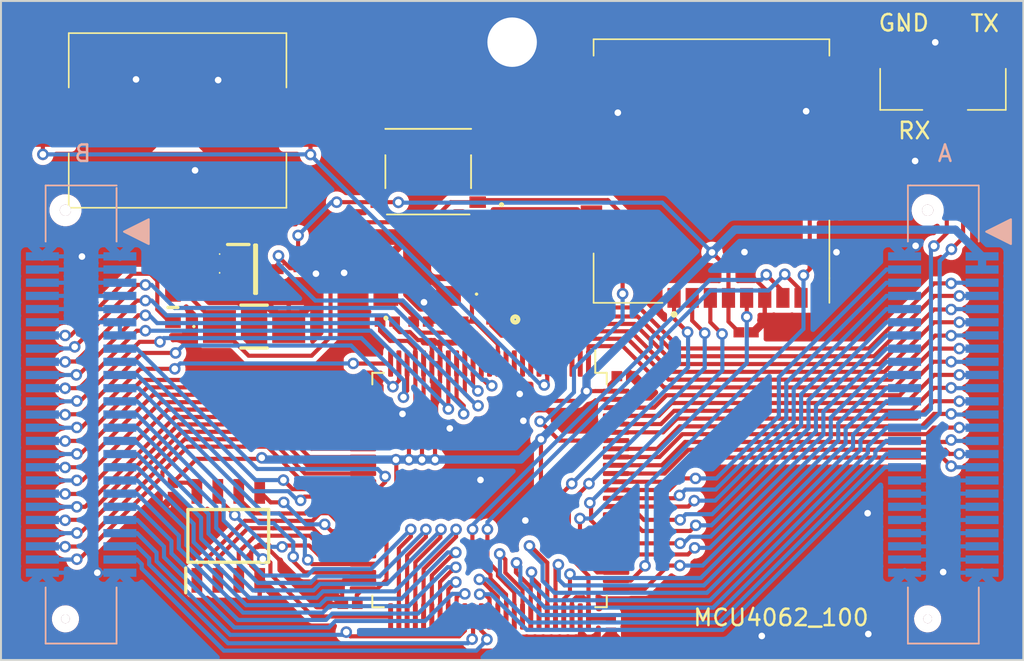
<source format=kicad_pcb>
(kicad_pcb (version 20221018) (generator pcbnew)
  (layers (0 "F.Cu" signal) (31 "B.Cu" signal) (34 "B.Paste" user) (35 "F.Paste" user) (36 "B.SilkS" user "B.Silkscreen") (37 "F.SilkS" user "F.Silkscreen") (38 "B.Mask" user) (39 "F.Mask" user) (44 "Edge.Cuts" user))
  (net 0 "")
  (net 1 "/RCC_OSC_IN")
  (net 2 "/RCC_OSC_OUT")
  (net 3 "/VBAT")
  (net 4 "GND")
  (net 5 "/+3.3")
  (net 6 "/SD_COM")
  (net 7 "/SD_DAT1")
  (net 8 "/SD_DAT0")
  (net 9 "/SD_CLK")
  (net 10 "/SD_CMD")
  (net 11 "/SD_DAT3")
  (net 12 "/SD_DAT2")
  (net 13 "/RCC_OSC32_OUT")
  (net 14 "/RCC_OSC32_IN")
  (net 15 "/MCU_BOOT0")
  (net 16 "Net-(Q1-G)")
  (net 17 "/MCU_NRESET")
  (net 18 "/PROG_PIN")
  (net 19 "/QSPI_IO3")
  (net 20 "/QSPI_CLK")
  (net 21 "/QSPI_IO0")
  (net 22 "/QSPI_IO2")
  (net 23 "/QSPI_IO1")
  (net 24 "/QSPI_CS")
  (net 25 "/SD_CD1")
  (net 26 "/B93_PIN")
  (net 27 "/B92_PIN")
  (net 28 "/B91_PIN")
  (net 29 "/B90_PIN")
  (net 30 "/B89_PIN")
  (net 31 "/B88_PIN")
  (net 32 "/B87_PIN")
  (net 33 "/B86_PIN")
  (net 34 "/B85_PIN")
  (net 35 "/B84_PIN")
  (net 36 "/B83_PIN")
  (net 37 "/B82_PIN")
  (net 38 "/B81_PIN")
  (net 39 "/B80_PIN")
  (net 40 "/B79_PIN")
  (net 41 "/B78_PIN")
  (net 42 "/B77_PIN")
  (net 43 "/B67_PIN")
  (net 44 "/B66_PIN")
  (net 45 "/B65_PIN")
  (net 46 "/B64_PIN")
  (net 47 "/B63_PIN")
  (net 48 "/B62_PIN")
  (net 49 "/B61_PIN")
  (net 50 "/B60_PIN")
  (net 51 "/B59_PIN")
  (net 52 "/B58_PIN")
  (net 53 "/B57_PIN")
  (net 54 "/B56_PIN")
  (net 55 "/B55_PIN")
  (net 56 "/B54_PIN")
  (net 57 "/B53_PIN")
  (net 58 "/B52_PIN")
  (net 59 "/A39_PIN")
  (net 60 "/A38_PIN")
  (net 61 "/A37_PIN")
  (net 62 "/A36_PIN")
  (net 63 "/A35_PIN")
  (net 64 "/A34_PIN")
  (net 65 "/A33_PIN")
  (net 66 "/A32_PIN")
  (net 67 "/A31_PIN")
  (net 68 "/A30_PIN")
  (net 69 "/A29_PIN")
  (net 70 "/A28_PIN")
  (net 71 "/A27_PIN")
  (net 72 "/A16_PIN")
  (net 73 "/A15_PIN")
  (net 74 "/A14_PIN")
  (net 75 "/A13_PIN")
  (net 76 "/A12_PIN")
  (net 77 "/A11_PIN")
  (net 78 "/A10_PIN")
  (net 79 "/A9_PIN")
  (net 80 "/A8_PIN")
  (net 81 "/A7_PIN")
  (net 82 "/A6_PIN")
  (net 83 "/A5_PIN")
  (net 84 "/A4_PIN")
  (net 85 "/A3_PIN")
  (net 86 "/A17_PIN")
  (net 87 "/A40_PIN")
  (net 88 "/A41_PIN")
  (net 89 "/A42_PIN")
  (net 90 "/B68_PIN")
  (footprint "SamacSys_Parts:ERJ2RKD1004X" (layer "F.Cu") (at 118.79 79.94 180)
    (fp_text reference "R3" hide)
    (fp_text value "ERJ-2RKF1002X" hide)
  )
  (footprint "SamacSys_Parts:PTZTFTE2530B" (layer "F.Cu") (at 121.83 83.2 90)
    (fp_text reference "Z1" hide)
    (fp_text value "PTZTFTE253.0B" hide)
  )
  (footprint "SamacSys_Parts:ERJ2RKD1004X" (layer "F.Cu") (at 118.79 78.8 180)
    (fp_text reference "R4" hide)
    (fp_text value "ERJ2RKF1003X" hide)
  )
  (footprint "SamacSys_Parts:FX135A327" (layer "F.Cu") (at 137.67 81.23)
    (fp_text reference "Y2" hide)
    (fp_text value "FX135A-327" hide)
  )
  (footprint "SamacSys_Parts:CAPC1005X55N" (layer "F.Cu") (at 143.47 101.35 -90)
    (fp_text reference "C5" hide)
    (fp_text value "GRM155R71A104KA01J" hide)
  )
  (footprint "SamacSys_Parts:CAPC1608X95N" (layer "F.Cu") (at 116.92 79.26 -90)
    (fp_text reference "C11" hide)
    (fp_text value "C0603C104K5RAC3121" hide)
  )
  (footprint "SamacSys_Parts:SOT95P237X112-3N" (layer "F.Cu") (at 121.92 79.72)
    (fp_text reference "Q1" hide)
    (fp_text value "IRLML6244TRPBF" hide)
  )
  (footprint "SamacSys_Parts:CAPC1005X55N" (layer "F.Cu") (at 134.07 82.9 180)
    (fp_text reference "C7" hide)
    (fp_text value "C0402C330K8RACTU" hide)
  )
  (footprint "SamacSys_Parts:ERJ2RKD1004X" (layer "F.Cu") (at 124.47 79.15 90)
    (fp_text reference "R1" hide)
    (fp_text value "ERJ-2RKF1002X" hide)
  )
  (footprint "SamacSys_Parts:RESC1608X55N" (layer "F.Cu") (at 116.91 82.04 -90)
    (fp_text reference "R2" hide)
    (fp_text value "CHP0603QFX-1001ELF" hide)
  )
  (footprint "SamacSys_Parts:C0402" (layer "F.Cu") (at 138.67 82.77)
    (fp_text reference "C9" hide)
    (fp_text value "C0402C220K5RACAUTO" hide)
  )
  (footprint "SamacSys_Parts:12411503" (layer "F.Cu") (at 163.61 68.8005 180)
    (fp_text reference "J3" hide)
    (fp_text value "1241150-3" hide)
  )
  (footprint "SamacSys_Parts:405C35D10M00000" (layer "F.Cu") (at 131.72 80.24)
    (fp_text reference "Y1" hide)
    (fp_text value "405C35D10M00000" hide)
  )
  (footprint "SamacSys_Parts:045138008100858" (layer "F.Cu") (at 149.57 73.91)
    (fp_text reference "J1" hide)
    (fp_text value "045138008100858+" hide)
  )
  (footprint "SamacSys_Parts:CAPC1005X55N" (layer "F.Cu") (at 151.67 83.55)
    (fp_text reference "C1" hide)
    (fp_text value "GRM155R71A104KA01J" hide)
  )
  (footprint "SamacSys_Parts:CAPC1005X55N" (layer "F.Cu") (at 129.91 82.9)
    (fp_text reference "C2" hide)
    (fp_text value "GRM155R71A104KA01J" hide)
  )
  (footprint "SamacSys_Parts:CAPC1005X55N" (layer "F.Cu") (at 116.905 93.115 -90)
    (fp_text reference "C10" hide)
    (fp_text value "GRM155R71A104KA01J" hide)
  )
  (footprint "SamacSys_Parts:CAPC1005X55N" (layer "F.Cu") (at 144.27 86.21)
    (fp_text reference "C4" hide)
    (fp_text value "GRM155R71A104KA01J" hide)
  )
  (footprint "SamacSys_Parts:SMTM1225TR" (layer "F.Cu") (at 117.19 70.69 180)
    (fp_text reference "U2" hide)
    (fp_text value "SMTM1225.TR" hide)
  )
  (footprint "SamacSys_Parts:SOIC127P600X175-8N" (layer "F.Cu") (at 120.265 95.905 90)
    (fp_text reference "IC1" hide)
    (fp_text value "APS6404L-3SQR-SN" hide)
  )
  (footprint "SamacSys_Parts:C0402" (layer "F.Cu") (at 136.67 82.77 180)
    (fp_text reference "C8" hide)
    (fp_text value "C0402C220K5RACAUTO" hide)
  )
  (footprint "Package_QFP:LQFP-100_14x14mm_P0.5mm" (layer "F.Cu") (at 136.11 93.12 -90)
    (fp_text reference "U1" hide)
    (fp_text value "STM32L552VETx" hide)
  )
  (footprint "SamacSys_Parts:PTS526SKG15SMTR2LFS" (layer "F.Cu") (at 132.39 73.8 180)
    (fp_text reference "S2" hide)
    (fp_text value "PTS526_SK08_SMTR2_LFS" hide)
  )
  (footprint "SamacSys_Parts:CAPC1005X55N" (layer "F.Cu") (at 126.37 87.54 90)
    (fp_text reference "C3" hide)
    (fp_text value "GRM155R71A104KA01J" hide)
  )
  (footprint "SamacSys_Parts:CAPC1005X55N" (layer "F.Cu") (at 127.65 100.03 180)
    (fp_text reference "C12" hide)
    (fp_text value "GRM155R71A104KA01J" hide)
  )
  (footprint "SamacSys_Parts:CAPC1005X55N" (layer "F.Cu") (at 131.95 82.9 180)
    (fp_text reference "C6" hide)
    (fp_text value "C0402C330K8RACTU" hide)
  )
  (footprint "USIB2:MCU_4062_100_MODULE_FX6" (layer "B.Cu") (at 137.48 83.44 180)
    (fp_text reference "H1" hide)
    (fp_text value "MCU_4062_100_MODULE_FX6" hide)
    (fp_rect (start -31 20) (end 31 -20) (stroke (width 0.12)) (fill none) (layer "Edge.Cuts"))
  )
  (gr_text "TX" (at 165.19 65.39) (layer "F.SilkS") (effects (font (size 1 1)) (justify left bottom)))
  (gr_text "RX" (at 160.79 71.9) (layer "F.SilkS") (effects (font (size 1 1)) (justify left bottom)))
  (gr_text "GND" (at 159.61 65.36) (layer "F.SilkS") (effects (font (size 1 1)) (justify left bottom)))
  (segment (start 133.62 79.14) (end 135.04 80.56) (width 0.25) (layer "F.Cu") (net 1))
  (segment (start 135.04 80.56) (end 135.04 82.9) (width 0.25) (layer "F.Cu") (net 1))
  (segment (start 134.51 82.9) (end 134.596802 82.813198) (width 0.25) (layer "F.Cu") (net 1))
  (segment (start 134.51 82.9) (end 135.24 82.9) (width 0.25) (layer "F.Cu") (net 1))
  (segment (start 135.24 82.9) (end 136.61 84.27) (width 0.25) (layer "F.Cu") (net 1))
  (segment (start 136.61 84.27) (end 136.61 85.445) (width 0.25) (layer "F.Cu") (net 1))
  (segment (start 131.95 83.57) (end 131.51 83.13) (width 0.25) (layer "F.Cu") (net 2))
  (segment (start 131.51 82.57) (end 131.51 82.9) (width 0.25) (layer "F.Cu") (net 2))
  (segment (start 136.11 85.445) (end 136.11 84.406396) (width 0.25) (layer "F.Cu") (net 2))
  (segment (start 131.51 83.13) (end 131.51 82.9) (width 0.25) (layer "F.Cu") (net 2))
  (segment (start 129.82 81.34) (end 130.28 81.34) (width 0.25) (layer "F.Cu") (net 2))
  (segment (start 135.273604 83.57) (end 131.95 83.57) (width 0.25) (layer "F.Cu") (net 2))
  (segment (start 130.28 81.34) (end 131.51 82.57) (width 0.25) (layer "F.Cu") (net 2))
  (segment (start 136.11 84.406396) (end 135.273604 83.57) (width 0.25) (layer "F.Cu") (net 2))
  (segment (start 109.02 72.75) (end 109.02 70.71) (width 0.25) (layer "F.Cu") (net 3))
  (segment (start 125.25 70.8) (end 125.14 70.69) (width 0.25) (layer "F.Cu") (net 3))
  (segment (start 109.02 70.71) (end 109.04 70.69) (width 0.25) (layer "F.Cu") (net 3))
  (segment (start 139.424321 86.746825) (end 139.61 86.561146) (width 0.25) (layer "F.Cu") (net 3))
  (segment (start 125.25 72.76) (end 125.25 70.8) (width 0.25) (layer "F.Cu") (net 3))
  (segment (start 139.61 86.561146) (end 139.61 85.445) (width 0.25) (layer "F.Cu") (net 3))
  (via (at 109.02 72.75) (size 0.7) (drill 0.4) (layers "F.Cu" "B.Cu") (net 3))
  (via (at 139.424321 86.746825) (size 0.7) (drill 0.4) (layers "F.Cu" "B.Cu") (net 3))
  (via (at 125.25 72.76) (size 0.7) (drill 0.4) (layers "F.Cu" "B.Cu") (net 3))
  (segment (start 139.216825 86.746825) (end 125.25 72.78) (width 0.25) (layer "B.Cu") (net 3))
  (segment (start 125.25 72.78) (end 125.25 72.76) (width 0.25) (layer "B.Cu") (net 3))
  (segment (start 109.02 72.75) (end 109.02 72.74) (width 0.25) (layer "B.Cu") (net 3))
  (segment (start 125.24 72.75) (end 109.02 72.75) (width 0.25) (layer "B.Cu") (net 3))
  (segment (start 125.25 72.76) (end 125.24 72.75) (width 0.25) (layer "B.Cu") (net 3))
  (segment (start 139.424321 86.746825) (end 139.216825 86.746825) (width 0.25) (layer "B.Cu") (net 3))
  (segment (start 109.02 72.74) (end 109.04 72.76) (width 0.25) (layer "B.Cu") (net 3))
  (segment (start 127.14 80.04) (end 127.14 83.79) (width 0.25) (layer "F.Cu") (net 4))
  (segment (start 121.9 79.39) (end 121.83 79.46) (width 0.25) (layer "F.Cu") (net 4))
  (segment (start 129.125 86.36) (end 129.56 86.795) (width 0.25) (layer "F.Cu") (net 4))
  (segment (start 132.39 82.9) (end 132.99 82.9) (width 0.25) (layer "F.Cu") (net 4))
  (segment (start 152.59 102.53) (end 144.21 102.53) (width 0.25) (layer "F.Cu") (net 4))
  (segment (start 157.12 82.15) (end 157.12 78.72) (width 0.25) (layer "F.Cu") (net 4))
  (segment (start 132.56 84.02) (end 132.61 84.07) (width 0.25) (layer "F.Cu") (net 4))
  (segment (start 138.796447 88.283553) (end 142.086447 88.283553) (width 0.25) (layer "F.Cu") (net 4))
  (segment (start 133.71 89.37) (end 133.7 89.38) (width 0.25) (layer "F.Cu") (net 4))
  (segment (start 117.16 70.69) (end 117.19 70.69) (width 0.25) (layer "F.Cu") (net 4))
  (segment (start 157.15 78.69) (end 157.12 78.66) (width 0.25) (layer "F.Cu") (net 4))
  (segment (start 142.086447 88.283553) (end 142.75 87.62) (width 0.25) (layer "F.Cu") (net 4))
  (segment (start 120.275 73.705) (end 118.265 73.705) (width 0.25) (layer "F.Cu") (net 4))
  (segment (start 123.025 76.995) (end 121.9 78.12) (width 0.25) (layer "F.Cu") (net 4))
  (segment (start 157.12 75.88) (end 156.85 75.61) (width 0.25) (layer "F.Cu") (net 4))
  (segment (start 137.65 82.77) (end 137.65 78.77) (width 0.25) (layer "F.Cu") (net 4))
  (segment (start 152.8 80.914595) (end 151.57 79.684595) (width 0.25) (layer "F.Cu") (net 4))
  (segment (start 135.7 92.73) (end 135.7 92.65) (width 0.25) (layer "F.Cu") (net 4))
  (segment (start 119.71 79.208) (end 119.71 79.532) (width 0.25) (layer "F.Cu") (net 4))
  (segment (start 117.2 70.69) (end 117.19 70.69) (width 0.25) (layer "F.Cu") (net 4))
  (segment (start 133.54 81.34) (end 131.34 79.14) (width 0.25) (layer "F.Cu") (net 4))
  (segment (start 129.39 71.95) (end 130.32 72.88) (width 0.25) (layer "F.Cu") (net 4))
  (segment (start 159.2 102.53) (end 152.59 102.53) (width 0.25) (layer "F.Cu") (net 4))
  (segment (start 115.31 98.14) (end 111.3 98.14) (width 0.25) (layer "F.Cu") (net 4))
  (segment (start 134.51 91.46) (end 134.51 90.19) (width 0.25) (layer "F.Cu") (net 4))
  (segment (start 158.97 69.41) (end 161.0545 67.3255) (width 0.25) (layer "F.Cu") (net 4))
  (segment (start 137.94 94.97) (end 135.7 92.73) (width 0.25) (layer "F.Cu") (net 4))
  (segment (start 132.99 82.9) (end 132.94 82.85) (width 0.25) (layer "F.Cu") (net 4))
  (segment (start 161.92 73.15) (end 159 73.15) (width 0.25) (layer "F.Cu") (net 4))
  (segment (start 116.37 99.2) (end 116.905 98.665) (width 0.25) (layer "F.Cu") (net 4))
  (segment (start 128.435 87.62) (end 127.22 87.62) (width 0.25) (layer "F.Cu") (net 4))
  (segment (start 135.39 71.95) (end 136.28 72.84) (width 0.25) (layer "F.Cu") (net 4))
  (segment (start 134.51 90.19) (end 133.7 89.38) (width 0.25) (layer "F.Cu") (net 4))
  (segment (start 159.445 102.225) (end 159.505 102.225) (width 0.25) (layer "F.Cu") (net 4))
  (segment (start 121.95 96.56) (end 121.66 96.85) (width 0.25) (layer "F.Cu") (net 4))
  (segment (start 137.09 66.39) (end 137.48 66) (width 0.25) (layer "F.Cu") (net 4))
  (segment (start 130.83 88.5) (end 130.67 88.51) (width 0.25) (layer "F.Cu") (net 4))
  (segment (start 121.9 78.12) (end 121.9 79.39) (width 0.25) (layer "F.Cu") (net 4))
  (segment (start 152.8 81.46) (end 152.8 82.53) (width 0.25) (layer "F.Cu") (net 4))
  (segment (start 112.32 98.14) (end 109.7 98.14) (width 0.25) (layer "F.Cu") (net 4))
  (segment (start 159.08 101.86) (end 159.445 102.225) (width 0.25) (layer "F.Cu") (net 4))
  (segment (start 133.69 89.37) (end 133.7 89.38) (width 0.25) (layer "F.Cu") (net 4))
  (segment (start 130.32 72.88) (end 134.46 72.88) (width 0.25) (layer "F.Cu") (net 4))
  (segment (start 142.72 102.54) (end 142.489315 102.54) (width 0.25) (layer "F.Cu") (net 4))
  (segment (start 127.24 79.94) (end 127.14 80.04) (width 0.25) (layer "F.Cu") (net 4))
  (segment (start 122.17 100.08) (end 122.17 98.605) (width 0.25) (layer "F.Cu") (net 4))
  (segment (start 133.11 85.445) (end 133.11 84.36) (width 0.25) (layer "F.Cu") (net 4))
  (segment (start 129.56 86.795) (end 129.56 87.42) (width 0.25) (layer "F.Cu") (net 4))
  (segment (start 132.94 82.36) (end 132.94 82.85) (width 0.25) (layer "F.Cu") (net 4))
  (segment (start 116.37 99.2) (end 115.31 98.14) (width 0.25) (layer "F.Cu") (net 4))
  (segment (start 144.71 86.21) (end 145.06 86.21) (width 0.25) (layer "F.Cu") (net 4))
  (segment (start 127.26 98.62) (end 127.17 98.71) (width 0.25) (layer "F.Cu") (net 4))
  (segment (start 155.28 70.17) (end 155.31 70.14) (width 0.25) (layer "F.Cu") (net 4))
  (segment (start 122.74 76.17) (end 120.275 73.705) (width 0.25) (layer "F.Cu") (net 4))
  (segment (start 131.66 78.6) (end 132.045 78.215) (width 0.25) (layer "F.Cu") (net 4))
  (segment (start 152.62 102.5) (end 152.59 102.53) (width 0.25) (layer "F.Cu") (net 4))
  (segment (start 132.87 88.56) (end 133.68 89.37) (width 0.25) (layer "F.Cu") (net 4))
  (segment (start 130.35 83.23) (end 130.655 83.535) (width 0.25) (layer "F.Cu") (net 4))
  (segment (start 141.61 101.660685) (end 141.61 100.795) (width 0.25) (layer "F.Cu") (net 4))
  (segment (start 132.305659 81.725659) (end 132.94 82.36) (width 0.25) (layer "F.Cu") (net 4))
  (segment (start 162.72 65.95) (end 162.1 65.33) (width 0.25) (layer "F.Cu") (net 4))
  (segment (start 124.2145 83.4845) (end 123.93 83.2) (width 0.25) (layer "F.Cu") (net 4))
  (segment (start 139.32 77.1) (end 142.29 77.1) (width 0.25) (layer "F.Cu") (net 4))
  (segment (start 137.71 89.37) (end 133.71 89.37) (width 0.25) (layer "F.Cu") (net 4))
  (segment (start 109.7 98.14) (end 108.91 97.35) (width 0.25) (layer "F.Cu") (net 4))
  (segment (start 158.97 69.4655) (end 158.97 69.41) (width 0.25) (layer "F.Cu") (net 4))
  (segment (start 131.34 79.14) (end 129.82 79.14) (width 0.25) (layer "F.Cu") (net 4))
  (segment (start 155.32 70.13) (end 156.85 68.6) (width 0.25) (layer "F.Cu") (net 4))
  (segment (start 155.31 70.13) (end 155.32 70.13) (width 0.25) (layer "F.Cu") (net 4))
  (segment (start 137.94 94.97) (end 137.86 94.89) (width 0.25) (layer "F.Cu") (net 4))
  (segment (start 137.12 82.77) (end 137.65 82.77) (width 0.25) (layer "F.Cu") (net 4))
  (segment (start 152.8 82.53) (end 153.39 83.12) (width 0.25) (layer "F.Cu") (net 4))
  (segment (start 156.15 83.12) (end 157.12 82.15) (width 0.25) (layer "F.Cu") (net 4))
  (segment (start 166.15 94.54) (end 166.15 95.56) (width 0.25) (layer "F.Cu") (net 4))
  (segment (start 118.235 73.705) (end 118.185 73.705) (width 0.25) (layer "F.Cu") (net 4))
  (segment (start 151.57 79.684595) (end 151.57 78.68) (width 0.25) (layer "F.Cu") (net 4))
  (segment (start 142.75 87.62) (end 143.785 87.62) (width 0.25) (layer "F.Cu") (net 4))
  (segment (start 126.15 75.19) (end 129.39 71.95) (width 0.25) (layer "F.Cu") (net 4))
  (segment (start 133.11 85.445) (end 133.11 86.58) (width 0.25) (layer "F.Cu") (net 4))
  (segment (start 130.65 88.51) (end 130.65 88.51) (width 0.25) (layer "F.Cu") (net 4))
  (segment (start 118.265 73.705) (end 118.25 73.72) (width 0.25) (layer "F.Cu") (net 4))
  (segment (start 165.34 79.42) (end 166.15 80.23) (width 0.25) (layer "F.Cu") (net 4))
  (segment (start 119.17 72.72) (end 112.94 78.95) (width 0.25) (layer "F.Cu") (net 4))
  (segment (start 121.83 79.46) (end 119.782 79.46) (width 0.25) (layer "F.Cu") (net 4))
  (segment (start 127.17 98.71) (end 127.17 99.82) (width 0.25) (layer "F.Cu") (net 4))
  (segment (start 131.66 79.57) (end 131.66 78.6) (width 0.25) (layer "F.Cu") (net 4))
  (segment (start 119.302 78.8) (end 119.71 79.208) (width 0.25) (layer "F.Cu") (net 4))
  (segment (start 126.036209 100.03) (end 122.566209 96.56) (width 0.25) (layer "F.Cu") (net 4))
  (segment (start 157.12 78.66) (end 157.12 75.88) (width 0.25) (layer "F.Cu") (net 4))
  (segment (start 133.62 81.34) (end 133.54 81.34) (width 0.25) (layer "F.Cu") (net 4))
  (segment (start 142.29 68.6) (end 143.86 70.17) (width 0.25) (layer "F.Cu") (net 4))
  (segment (start 117.09 70.69) (end 117.14 70.69) (width 0.25) (layer "F.Cu") (net 4))
  (segment (start 145.46 87.19) (end 145.03 87.62) (width 0.25) (layer "F.Cu") (net 4))
  (segment (start 132.61 86.554194) (end 132.61 85.445) (width 0.25) (layer "F.Cu") (net 4))
  (segment (start 158.97 74.93) (end 158.97 73.18) (width 0.25) (layer "F.Cu") (net 4))
  (segment (start 127.696396 86.36) (end 129.125 86.36) (width 0.25) (layer "F.Cu") (net 4))
  (segment (start 145.06 86.21) (end 145.46 86.61) (width 0.25) (layer "F.Cu") (net 4))
  (segment (start 130.67 88.51) (end 130.66 88.51) (width 0.25) (layer "F.Cu") (net 4))
  (segment (start 163.62 98.09) (end 163.62 98.1) (width 0.25) (layer "F.Cu") (net 4))
  (segment (start 161.95 78.3) (end 163.07 79.42) (width 0.25) (layer "F.Cu") (net 4))
  (segment (start 137.61 86.310685) (end 137.91 86.610685) (width 0.25) (layer "F.Cu") (net 4))
  (segment (start 138.16 88.92) (end 138.796447 88.283553) (width 0.25) (layer "F.Cu") (net 4))
  (segment (start 166.14 94.53) (end 166.15 94.54) (width 0.25) (layer "F.Cu") (net 4))
  (segment (start 152.8 82.86) (end 152.11 83.55) (width 0.25) (layer "F.Cu") (net 4))
  (segment (start 123.93 83.2) (end 123.93 81.64) (width 0.25) (layer "F.Cu") (net 4))
  (segment (start 121.66 96.85) (end 121.66 97.71) (width 0.25) (layer "F.Cu") (net 4))
  (segment (start 157.12 78.72) (end 157.15 78.69) (width 0.25) (layer "F.Cu") (net 4))
  (segment (start 117.78 100.61) (end 116.37 99.2) (width 0.25) (layer "F.Cu") (net 4))
  (segment (start 133.11 84.36) (end 132.77 84.02) (width 0.25) (layer "F.Cu") (net 4))
  (segment (start 126.15 75.19) (end 125.17 76.17) (width 0.25) (layer "F.Cu") (net 4))
  (segment (start 137.65 78.77) (end 139.32 77.1) (width 0.25) (layer "F.Cu") (net 4))
  (segment (start 159.52 78.3) (end 158.97 77.75) (width 0.25) (layer "F.Cu") (net 4))
  (segment (start 163.62 98.11) (end 159.505 102.225) (width 0.25) (layer "F.Cu") (net 4))
  (segment (start 158.97 70.02) (end 158.97 69.4655) (width 0.25) (layer "F.Cu") (net 4))
  (segment (start 159 73.15) (end 158.97 73.18) (width 0.25) (layer "F.Cu") (net 4))
  (segment (start 152.8 81.46) (end 152.8 82.86) (width 0.25) (layer "F.Cu") (net 4))
  (segment (start 118.185 73.705) (end 118.005 73.885) (width 0.25) (layer "F.Cu") (net 4))
  (segment (start 127.17 99.82) (end 127.4 100.05) (width 0.25) (layer "F.Cu") (net 4))
  (segment (start 120.14 79.94) (end 119.302 79.94) (width 0.25) (layer "F.Cu") (net 4))
  (segment (start 155.31 70.14) (end 155.31 70.13) (width 0.25) (layer "F.Cu") (net 4))
  (segment (start 134.46 72.88) (end 135.39 71.95) (width 0.25) (layer "F.Cu") (net 4))
  (segment (start 137.94 87.29) (end 137.91 87.22) (width 0.25) (layer "F.Cu") (net 4))
  (segment (start 138.28 94.97) (end 137.94 94.97) (width 0.25) (layer "F.Cu") (net 4))
  (segment (start 125.58 79.99) (end 125.58 75.76) (width 0.25) (layer "F.Cu") (net 4))
  (segment (start 163.14 65.95) (end 162.72 65.95) (width 0.25) (layer "F.Cu") (net 4))
  (segment (start 132.94 82.36) (end 133.62 81.68) (width 0.25) (layer "F.Cu") (net 4))
  (segment (start 128.435 87.62) (end 129.36 87.62) (width 0.25) (layer "F.Cu") (net 4))
  (segment (start 126.69 87.08) (end 126.39 87.08) (width 0.25) (layer "F.Cu") (net 4))
  (segment (start 132.134341 81.725659) (end 132.305659 81.725659) (width 0.25) (layer "F.Cu") (net 4))
  (segment (start 127.14 83.83) (end 127.14 85.803604) (width 0.25) (layer "F.Cu") (net 4))
  (segment (start 132.872903 86.817097) (end 132.87 86.82) (width 0.25) (layer "F.Cu") (net 4))
  (segment (start 124.345 76.995) (end 123.025 76.995) (width 0.25) (layer "F.Cu") (net 4))
  (segment (start 129.82 79.14) (end 129.805 79.125) (width 0.25) (layer "F.Cu") (net 4))
  (segment (start 137.91 86.610685) (end 137.94 87.29) (width 0.25) (layer "F.Cu") (net 4))
  (segment (start 145.03 87.62) (end 143.785 87.62) (width 0.25) (layer "F.Cu") (net 4))
  (segment (start 143.47 101.79) (end 142.72 102.54) (width 0.25) (layer "F.Cu") (net 4))
  (segment (start 158.97 77.73) (end 158.97 74.93) (width 0.25) (layer "F.Cu") (net 4))
  (segment (start 137.095 78.215) (end 137.65 78.77) (width 0.25) (layer "F.Cu") (net 4))
  (segment (start 166.15 80.23) (end 166.15 94.54) (width 0.25) (layer "F.Cu") (net 4))
  (segment (start 159.04 94.53) (end 166.14 94.53) (width 0.25) (layer "F.Cu") (net 4))
  (segment (start 133.11 86.58) (end 132.872903 86.817097) (width 0.25) (layer "F.Cu") (net 4))
  (segment (start 142.489315 102.54) (end 141.61 101.660685) (width 0.25) (layer "F.Cu") (net 4))
  (segment (start 118.25 73.72) (end 118.235 73.705) (width 0.25) (layer "F.Cu") (net 4))
  (segment (start 128.055 79.125) (end 127.29 79.89) (width 0.25) (layer "F.Cu") (net 4))
  (segment (start 121.37 100.61) (end 117.78 100.61) (width 0.25) (layer "F.Cu") (net 4))
  (segment (start 130.35 82.9) (end 130.35 83.23) (width 0.25) (layer "F.Cu") (net 4))
  (segment (start 132.77 84.02) (end 132.56 84.02) (width 0.25) (layer "F.Cu") (net 4))
  (segment (start 143.89 70.22) (end 155.28 70.17) (width 0.25) (layer "F.Cu") (net 4))
  (segment (start 138.06 72.84) (end 142.29 68.61) (width 0.25) (layer "F.Cu") (net 4))
  (segment (start 124.956532 102.866532) (end 122.17 100.08) (width 0.25) (layer "F.Cu") (net 4))
  (segment (start 125.58 75.76) (end 126.15 75.19) (width 0.25) (layer "F.Cu") (net 4))
  (segment (start 137.61 85.445) (end 137.61 86.310685) (width 0.25) (layer "F.Cu") (net 4))
  (segment (start 143.86 70.17) (end 143.89 70.22) (width 0.25) (layer "F.Cu") (net 4))
  (segment (start 166.15 95.56) (end 163.62 98.09) (width 0.25) (layer "F.Cu") (net 4))
  (segment (start 137.09 72.84) (end 138.06 72.84) (width 0.25) (layer "F.Cu") (net 4))
  (segment (start 142.393468 102.866532) (end 124.956532 102.866532) (width 0.25) (layer "F.Cu") (net 4))
  (segment (start 108.91 97.35) (end 108.91 81.43) (width 0.25) (layer "F.Cu") (net 4))
  (segment (start 123.93 81.64) (end 125.58 79.99) (width 0.25) (layer "F.Cu") (net 4))
  (segment (start 133.62 81.68) (end 133.62 81.34) (width 0.25) (layer "F.Cu") (net 4))
  (segment (start 119.782 79.46) (end 119.302 79.94) (width 0.25) (layer "F.Cu") (net 4))
  (segment (start 132.045 78.215) (end 137.095 78.215) (width 0.25) (layer "F.Cu") (net 4))
  (segment (start 127.29 79.89) (end 127.29 79.94) (width 0.25) (layer "F.Cu") (net 4))
  (segment (start 121.66 97.71) (end 122.17 98.22) (width 0.25) (layer "F.Cu") (net 4))
  (segment (start 161.07 66.36) (end 161.07 67.3255) (width 0.25) (layer "F.Cu") (net 4))
  (segment (start 163.07 79.42) (end 165.34 79.42) (width 0.25) (layer "F.Cu") (net 4))
  (segment (start 158.97 73.18) (end 158.97 69.4655) (width 0.25) (layer "F.Cu") (net 4))
  (segment (start 161.0545 67.3255) (end 161.07 67.3255) (width 0.25) (layer "F.Cu") (net 4))
  (segment (start 156.85 68.6) (end 158.27 70.02) (width 0.25) (layer "F.Cu") (net 4))
  (segment (start 114.67 68.2) (end 117.16 70.69) (width 0.25) (layer "F.Cu") (net 4))
  (segment (start 159.505 102.225) (end 159.2 102.53) (width 0.25) (layer "F.Cu") (net 4))
  (segment (start 126.39 87.08) (end 126.37 87.1) (width 0.25) (layer "F.Cu") (net 4))
  (segment (start 132.61 84.07) (end 132.61 85.445) (width 0.25) (layer "F.Cu") (net 4))
  (segment (start 127.14 85.803604) (end 127.696396 86.36) (width 0.25) (layer "F.Cu") (net 4))
  (segment (start 158.97 77.75) (end 158.97 74.93) (width 0.25) (layer "F.Cu") (net 4))
  (segment (start 119.65 68.24) (end 117.2 70.69) (width 0.25) (layer "F.Cu") (net 4))
  (segment (start 122.566209 96.56) (end 121.95 96.56) (width 0.25) (layer "F.Cu") (net 4))
  (segment (start 126.69 87.09) (end 126.69 87.08) (width 0.25) (layer "F.Cu") (net 4))
  (segment (start 142.29 68.61) (end 142.29 68.6) (width 0.25) (layer "F.Cu") (net 4))
  (segment (start 132.87 86.82) (end 132.87 88.56) (width 0.25) (layer "F.Cu") (net 4))
  (segment (start 131.763604 84.02) (end 132.56 84.02) (width 0.25) (layer "F.Cu") (net 4))
  (segment (start 129.56 87.42) (end 130.64 88.5) (width 0.25) (layer "F.Cu") (net 4))
  (segment (start 127.21 100.03) (end 126.036209 100.03) (width 0.25) (layer "F.Cu") (net 4))
  (segment (start 131.278604 83.535) (end 131.763604 84.02) (width 0.25) (layer "F.Cu") (net 4))
  (segment (start 130.655 83.535) (end 131.278604 83.535) (width 0.25) (layer "F.Cu") (net 4))
  (segment (start 132.99 82.9) (end 133.63 82.9) (width 0.25) (layer "F.Cu") (net 4))
  (segment (start 158.27 70.02) (end 158.97 70.02) (width 0.25) (layer "F.Cu") (net 4))
  (segment (start 129.805 79.125) (end 128.055 79.125) (width 0.25) (layer "F.Cu") (net 4))
  (segment (start 156.85 75.61) (end 158.97 77.73) (width 0.25) (layer "F.Cu") (net 4))
  (segment (start 143.47 101.79) (end 142.393468 102.866532) (width 0.25) (layer "F.Cu") (net 4))
  (segment (start 119.71 79.532) (end 119.302 79.94) (width 0.25) (layer "F.Cu") (net 4))
  (segment (start 145.46 86.61) (end 145.46 87.19) (width 0.25) (layer "F.Cu") (net 4))
  (segment (start 120.87 80.67) (end 120.14 79.94) (width 0.25) (layer "F.Cu") (net 4))
  (segment (start 127.22 87.62) (end 126.69 87.09) (width 0.25) (layer "F.Cu") (net 4))
  (segment (start 152.8 81.46) (end 152.8 80.914595) (width 0.25) (layer "F.Cu") (net 4))
  (segment (start 153.39 83.12) (end 156.15 83.12) (width 0.25) (layer "F.Cu") (net 4))
  (segment (start 162.1 65.33) (end 161.07 66.36) (width 0.25) (layer "F.Cu") (net 4))
  (segment (start 129.36 87.62) (end 129.56 87.42) (width 0.25) (layer "F.Cu") (net 4))
  (segment (start 133.68 89.37) (end 133.69 89.37) (width 0.25) (layer "F.Cu") (net 4))
  (segment (start 125.17 76.17) (end 122.74 76.17) (width 0.25) (layer "F.Cu") (net 4))
  (segment (start 144.21 102.53) (end 143.47 101.79) (width 0.25) (layer "F.Cu") (net 4))
  (segment (start 116.905 98.665) (end 116.905 93.555) (width 0.25) (layer "F.Cu") (net 4))
  (segment (start 126.15 75.19) (end 124.345 76.995) (width 0.25) (layer "F.Cu") (net 4))
  (segment (start 112.94 78.95) (end 111.39 78.95) (width 0.25) (layer "F.Cu") (net 4))
  (segment (start 130.64 88.5) (end 130.83 88.5) (width 0.25) (layer "F.Cu") (net 4))
  (segment (start 137.65 82.77) (end 138.22 82.77) (width 0.25) (layer "F.Cu") (net 4))
  (segment (start 127.29 79.94) (end 127.24 79.94) (width 0.25) (layer "F.Cu") (net 4))
  (segment (start 161.95 78.3) (end 159.52 78.3) (width 0.25) (layer "F.Cu") (net 4))
  (segment (start 122.17 99.81) (end 121.37 100.61) (width 0.25) (layer "F.Cu") (net 4))
  (segment (start 136.28 72.84) (end 137.09 72.84) (width 0.25) (layer "F.Cu") (net 4))
  (segment (start 128.435 98.62) (end 127.26 98.62) (width 0.25) (layer "F.Cu") (net 4))
  (segment (start 152.62 101.98) (end 152.62 102.5) (width 0.25) (layer "F.Cu") (net 4))
  (segment (start 137.09 72.84) (end 137.09 66.39) (width 0.25) (layer "F.Cu") (net 4))
  (segment (start 122.17 98.605) (end 122.17 99.81) (width 0.25) (layer "F.Cu") (net 4))
  (segment (start 108.91 81.43) (end 111.39 78.95) (width 0.25) (layer "F.Cu") (net 4))
  (segment (start 138.16 88.92) (end 137.71 89.37) (width 0.25) (layer "F.Cu") (net 4))
  (segment (start 132.872903 86.817097) (end 132.61 86.554194) (width 0.25) (layer "F.Cu") (net 4))
  (segment (start 163.62 98.1) (end 163.62 98.11) (width 0.25) (layer "F.Cu") (net 4))
  (segment (start 135.7 92.65) (end 135.56 92.51) (width 0.25) (layer "F.Cu") (net 4))
  (segment (start 122.17 98.22) (end 122.17 98.605) (width 0.25) (layer "F.Cu") (net 4))
  (segment (start 123.56 80.67) (end 120.87 80.67) (width 0.25) (layer "F.Cu") (net 4))
  (segment (start 123.93 83.2) (end 123.93 81.04) (width 0.25) (layer "F.Cu") (net 4))
  (segment (start 131.78 79.69) (end 131.66 79.57) (width 0.25) (layer "F.Cu") (net 4))
  (segment (start 117.14 70.69) (end 119.17 72.72) (width 0.25) (layer "F.Cu") (net 4))
  (segment (start 123.93 81.04) (end 123.56 80.67) (width 0.25) (layer "F.Cu") (net 4))
  (segment (start 135.56 92.51) (end 134.51 91.46) (width 0.25) (layer "F.Cu") (net 4))
  (via (at 111.39 78.95) (size 0.7) (drill 0.4) (layers "F.Cu" "B.Cu") (net 4))
  (via (at 138.28 94.97) (size 0.7) (drill 0.4) (layers "F.Cu" "B.Cu") (net 4))
  (via (at 152.62 101.98) (size 0.7) (drill 0.4) (layers "F.Cu" "B.Cu") (net 4))
  (via (at 159.04 94.53) (size 0.7) (drill 0.4) (layers "F.Cu" "B.Cu") (net 4))
  (via (at 114.67 68.2) (size 0.7) (drill 0.4) (layers "F.Cu" "B.Cu") (net 4))
  (via (at 163.62 98.1) (size 0.7) (drill 0.4) (layers "F.Cu" "B.Cu") (net 4))
  (via (at 135.56 92.51) (size 0.7) (drill 0.4) (layers "F.Cu" "B.Cu") (net 4))
  (via (at 143.89 70.22) (size 0.7) (drill 0.4) (layers "F.Cu" "B.Cu") (net 4))
  (via (at 138.16 88.92) (size 0.7) (drill 0.4) (layers "F.Cu" "B.Cu") (net 4))
  (via (at 151.57 78.68) (size 0.7) (drill 0.4) (layers "F.Cu" "B.Cu") (net 4))
  (via (at 155.31 70.13) (size 0.7) (drill 0.4) (layers "F.Cu" "B.Cu") (net 4))
  (via (at 159.08 101.86) (size 0.7) (drill 0.4) (layers "F.Cu" "B.Cu") (net 4))
  (via (at 137.48 65.94) (size 5) (drill 3) (layers "F.Cu" "B.Cu") (net 4))
  (via (at 125.58 79.99) (size 0.7) (drill 0.4) (layers "F.Cu" "B.Cu") (net 4))
  (via (at 132.134341 81.725659) (size 0.7) (drill 0.4) (layers "F.Cu" "B.Cu") (net 4))
  (via (at 161.92 73.15) (size 0.7) (drill 0.4) (layers "F.Cu" "B.Cu") (net 4))
  (via (at 161.95 78.3) (size 0.7) (drill 0.4) (layers "F.Cu" "B.Cu") (net 4))
  (via (at 112.32 98.14) (size 0.7) (drill 0.4) (layers "F.Cu" "B.Cu") (net 4))
  (via (at 130.83 88.5) (size 0.7) (drill 0.4) (layers "F.Cu" "B.Cu") (net 4))
  (via (at 163.14 65.95) (size 0.7) (drill 0.4) (layers "F.Cu" "B.Cu") (net 4))
  (via (at 127.29 79.94) (size 0.7) (drill 0.4) (layers "F.Cu" "B.Cu") (net 4))
  (via (at 157.15 78.69) (size 0.7) (drill 0.4) (layers "F.Cu" "B.Cu") (net 4))
  (via (at 119.65 68.24) (size 0.7) (drill 0.4) (layers "F.Cu" "B.Cu") (net 4))
  (via (at 118.25 73.72) (size 0.7) (drill 0.4) (layers "F.Cu" "B.Cu") (net 4))
  (via (at 133.7 89.38) (size 0.7) (drill 0.4) (layers "F.Cu" "B.Cu") (net 4))
  (via (at 137.94 87.29) (size 0.7) (drill 0.4) (layers "F.Cu" "B.Cu") (net 4))
  (segment (start 165.98 97.34) (end 161.28 97.34) (width 0.25) (layer "B.Cu") (net 4))
  (segment (start 161.92 78.3) (end 161.28 78.94) (width 0.25) (layer "B.Cu") (net 4))
  (segment (start 111.42 82.94) (end 108.99 82.94) (width 0.25) (layer "B.Cu") (net 4))
  (segment (start 165.98 98.14) (end 163.66 98.14) (width 0.25) (layer "B.Cu") (net 4))
  (segment (start 113.69 83.74) (end 113.69 82.94) (width 0.25) (layer "B.Cu") (net 4))
  (segment (start 111.39 78.94) (end 113.69 78.94) (width 0.25) (layer "B.Cu") (net 4))
  (segment (start 165.98 94.14) (end 161.28 94.14) (width 0.25) (layer "B.Cu") (net 4))
  (segment (start 113.69 82.94) (end 111.42 82.94) (width 0.25) (layer "B.Cu") (net 4))
  (segment (start 108.99 80.54) (end 113.69 80.54) (width 0.25) (layer "B.Cu") (net 4))
  (segment (start 132.285659 81.725659) (end 132.94 82.38) (width 0.25) (layer "B.Cu") (net 4))
  (segment (start 111.39 78.94) (end 111.39 82.91) (width 0.25) (layer "B.Cu") (net 4))
  (segment (start 130.83 88.5) (end 130.84 88.5) (width 0.25) (layer "B.Cu") (net 4))
  (segment (start 130.84 88.5) (end 131.7 89.36) (width 0.25) (layer "B.Cu") (net 4))
  (segment (start 108.99 79.74) (end 113.69 79.74) (width 0.25) (layer "B.Cu") (net 4))
  (segment (start 108.99 82.14) (end 113.69 82.14) (width 0.25) (layer "B.Cu") (net 4))
  (segment (start 125.58 79.99) (end 127.24 79.99) (width 0.25) (layer "B.Cu") (net 4))
  (segment (start 133.68 89.36) (end 133.7 89.38) (width 0.25) (layer "B.Cu") (net 4))
  (segment (start 165.98 92.54) (end 163.62 92.54) (width 0.25) (layer "B.Cu") (net 4))
  (segment (start 161.28 94.94) (end 165.98 94.94) (width 0.25) (layer "B.Cu") (net 4))
  (segment (start 161.28 93.34) (end 165.98 93.34) (width 0.25) (layer "B.Cu") (net 4))
  (segment (start 132.134341 81.725659) (end 132.285659 81.725659) (width 0.25) (layer "B.Cu") (net 4))
  (segment (start 137.89 87.29) (end 137.94 87.29) (width 0.25) (layer "B.Cu") (net 4))
  (segment (start 112.32 98.14) (end 111.29 98.14) (width 0.25) (layer "B.Cu") (net 4))
  (segment (start 163.62 92.54) (end 163.62 98.1) (width 0.25) (layer "B.Cu") (net 4))
  (segment (start 111.39 82.91) (end 111.42 82.94) (width 0.25) (layer "B.Cu") (net 4))
  (segment (start 127.24 79.99) (end 127.29 79.94) (width 0.25) (layer "B.Cu") (net 4))
  (segment (start 111.29 98.14) (end 108.99 98.14) (width 0.25) (layer "B.Cu") (net 4))
  (segment (start 131.7 89.36) (end 133.68 89.36) (width 0.25) (layer "B.Cu") (net 4))
  (segment (start 163.62 98.1) (end 163.66 98.14) (width 0.25) (layer "B.Cu") (net 4))
  (segment (start 165.98 95.74) (end 161.28 95.74) (width 0.25) (layer "B.Cu") (net 4))
  (segment (start 163.62 92.54) (end 161.28 92.54) (width 0.25) (layer "B.Cu") (net 4))
  (segment (start 138.16 87.51) (end 137.94 87.29) (width 0.25) (layer "B.Cu") (net 4))
  (segment (start 112.32 98.14) (end 113.69 98.14) (width 0.25) (layer "B.Cu") (net 4))
  (segment (start 163.66 98.14) (end 161.28 98.14) (width 0.25) (layer "B.Cu") (net 4))
  (segment (start 161.95 78.3) (end 161.92 78.3) (width 0.25) (layer "B.Cu") (net 4))
  (segment (start 108.99 78.94) (end 111.39 78.94) (width 0.25) (layer "B.Cu") (net 4))
  (segment (start 138.16 88.92) (end 138.16 87.51) (width 0.25) (layer "B.Cu") (net 4))
  (segment (start 132.134341 81.725659) (end 132.325659 81.725659) (width 0.25) (layer "B.Cu") (net 4))
  (segment (start 113.69 81.34) (end 108.99 81.34) (width 0.25) (layer "B.Cu") (net 4))
  (segment (start 161.28 96.54) (end 165.98 96.54) (width 0.25) (layer "B.Cu") (net 4))
  (segment (start 132.325659 81.725659) (end 137.89 87.29) (width 0.25) (layer "B.Cu") (net 4))
  (segment (start 131.61 85.445) (end 131.61 88.86) (width 0.25) (layer "F.Cu") (net 5))
  (segment (start 131.607208 84.5) (end 131.61 84.5) (width 0.25) (layer "F.Cu") (net 5))
  (segment (start 132.01222 89.26222) (end 132.01222 91.234446) (width 0.25) (layer "F.Cu") (net 5))
  (segment (start 141.36 99.63) (end 141.810685 99.63) (width 0.25) (layer "F.Cu") (net 5))
  (segment (start 122.229284 91.23) (end 118.35 91.23) (width 0.25) (layer "F.Cu") (net 5))
  (segment (start 130.455 95.045) (end 129.86 95.64) (width 0.25) (layer "F.Cu") (net 5))
  (segment (start 149.599858 78.699858) (end 150.6 79.7) (width 0.25) (layer "F.Cu") (net 5))
  (segment (start 128.06 99.83) (end 128.28 100.05) (width 0.25) (layer "F.Cu") (net 5))
  (segment (start 129.47 83.46) (end 130.081396 84.071396) (width 0.25) (layer "F.Cu") (net 5))
  (segment (start 117.83 92.675) (end 116.905 92.675) (width 0.25) (layer "F.Cu") (net 5))
  (segment (start 150.6 79.7) (end 150.6 81.46) (width 0.25) (layer "F.Cu") (net 5))
  (segment (start 132.803332 89.263332) (end 132.803332 91.28) (width 0.25) (layer "F.Cu") (net 5))
  (segment (start 138.733604 87.71) (end 138.478604 87.965) (width 0.25) (layer "F.Cu") (net 5))
  (segment (start 142.11 99.929315) (end 142.11 100.795) (width 0.25) (layer "F.Cu") (net 5))
  (segment (start 126.84 75.65) (end 129.39 75.65) (width 0.25) (layer "F.Cu") (net 5))
  (segment (start 129.300685 99.12) (end 128.435 99.12) (width 0.25) (layer "F.Cu") (net 5))
  (segment (start 143.83 86.29) (end 143.83 86.21) (width 0.25) (layer "F.Cu") (net 5))
  (segment (start 124.5 78.608) (end 124.47 78.638) (width 0.25) (layer "F.Cu") (net 5))
  (segment (start 128.435 99.12) (end 128.06 99.495) (width 0.25) (layer "F.Cu") (net 5))
  (segment (start 132.11 88.57) (end 132.803332 89.263332) (width 0.25) (layer "F.Cu") (net 5))
  (segment (start 131.178604 84.071396) (end 131.607208 84.5) (width 0.25) (layer "F.Cu") (net 5))
  (segment (start 139.228056 95.438056) (end 139.228056 90.038056) (width 0.25) (layer "F.Cu") (net 5))
  (segment (start 137.660405 87.965) (end 137.11 87.414595) (width 0.25) (layer "F.Cu") (net 5))
  (segment (start 130.43 91.27) (end 130.455 91.295) (width 0.25) (layer "F.Cu") (net 5))
  (segment (start 141.11 99.88) (end 141.36 99.63) (width 0.25) (layer "F.Cu") (net 5))
  (segment (start 124.5 77.67) (end 124.5 78.608) (width 0.25) (layer "F.Cu") (net 5))
  (segment (start 129.86 98.560685) (end 129.300685 99.12) (width 0.25) (layer "F.Cu") (net 5))
  (segment (start 128.06 99.495) (end 128.06 99.83) (width 0.25) (layer "F.Cu") (net 5))
  (segment (start 141.99 87.12) (end 142.51 87.12) (width 0.25) (layer "F.Cu") (net 5))
  (segment (start 129.34 88.12) (end 131.22111 90.00111) (width 0.25) (layer "F.Cu") (net 5))
  (segment (start 143.785 87.12) (end 142.51 87.12) (width 0.25) (layer "F.Cu") (net 5))
  (segment (start 131.22111 90.00111) (end 131.22111 91.28) (width 0.25) (layer "F.Cu") (net 5))
  (segment (start 130.455 91.295) (end 130.455 95.045) (width 0.25) (layer "F.Cu") (net 5))
  (segment (start 142.51 87.12) (end 143.38 87.12) (width 0.25) (layer "F.Cu") (net 5))
  (segment (start 143.47 100.91) (end 142.225 100.91) (width 0.25) (layer "F.Cu") (net 5))
  (segment (start 132.01222 91.234446) (end 131.966666 91.28) (width 0.25) (layer "F.Cu") (net 5))
  (segment (start 141.48 87.71) (end 138.733604 87.71) (width 0.25) (layer "F.Cu") (net 5))
  (segment (start 131.61 85.445) (end 131.61 84.5) (width 0.25) (layer "F.Cu") (net 5))
  (segment (start 142.11 100.795) (end 142.11 100.97) (width 0.25) (layer "F.Cu") (net 5))
  (segment (start 128.435 88.12) (end 126.51 88.12) (width 0.25) (layer "F.Cu") (net 5))
  (segment (start 142.225 100.91) (end 142.11 100.795) (width 0.25) (layer "F.Cu") (net 5))
  (segment (start 126.51 88.12) (end 126.37 87.98) (width 0.25) (layer "F.Cu") (net 5))
  (segment (start 126.838056 75.651944) (end 126.84 75.65) (width 0.25) (layer "F.Cu") (net 5))
  (segment (start 122.3245 91.1645) (end 122.42 91.26) (width 0.25) (layer "F.Cu") (net 5))
  (segment (start 141.99 87.12) (end 141.99 87.2) (width 0.25) (layer "F.Cu") (net 5))
  (segment (start 122.294784 91.1645) (end 122.3245 91.1645) (width 0.25) (layer "F.Cu") (net 5))
  (segment (start 132.11 85.445) (end 132.11 88.57) (width 0.25) (layer "F.Cu") (net 5))
  (segment (start 141.810685 99.63) (end 142.11 99.929315) (width 0.25) (layer "F.Cu") (net 5))
  (segment (start 150.6 82.9) (end 151.23 83.53) (width 0.25) (layer "F.Cu") (net 5))
  (segment (start 143.38 87.12) (end 143.38 86.74) (width 0.25) (layer "F.Cu") (net 5))
  (segment (start 151.23 83.53) (end 151.23 83.55) (width 0.25) (layer "F.Cu") (net 5))
  (segment (start 150.6 81.46) (end 150.6 82.9) (width 0.25) (layer "F.Cu") (net 5))
  (segment (start 122.294784 91.1645) (end 122.229284 91.23) (width 0.25) (layer "F.Cu") (net 5))
  (segment (start 118.35 91.23) (end 116.905 92.675) (width 0.25) (layer "F.Cu") (net 5))
  (segment (start 142.11 98.32) (end 139.228056 95.438056) (width 0.25) (layer "F.Cu") (net 5))
  (segment (start 130.081396 84.071396) (end 131.178604 84.071396) (width 0.25) (layer "F.Cu") (net 5))
  (segment (start 141.11 100.795) (end 141.11 99.88) (width 0.25) (layer "F.Cu") (net 5))
  (segment (start 128.435 88.12) (end 129.34 88.12) (width 0.25) (layer "F.Cu") (net 5))
  (segment (start 129.86 95.64) (end 129.86 98.560685) (width 0.25) (layer "F.Cu") (net 5))
  (segment (start 130.58 75.66) (end 130.57 75.65) (width 0.25) (layer "F.Cu") (net 5))
  (segment (start 118.36 93.205) (end 117.83 92.675) (width 0.25) (layer "F.Cu") (net 5))
  (segment (start 129.47 82.9) (end 129.47 83.46) (width 0.25) (layer "F.Cu") (net 5))
  (segment (start 141.99 87.2) (end 141.48 87.71) (width 0.25) (layer "F.Cu") (net 5))
  (segment (start 143.38 86.74) (end 143.83 86.29) (width 0.25) (layer "F.Cu") (net 5))
  (segment (start 137.11 87.414595) (end 137.11 85.445) (width 0.25) (layer "F.Cu") (net 5))
  (segment (start 142.11 100.795) (end 142.11 98.32) (width 0.25) (layer "F.Cu") (net 5))
  (segment (start 130.57 75.65) (end 129.39 75.65) (width 0.25) (layer "F.Cu") (net 5))
  (segment (start 138.478604 87.965) (end 137.660405 87.965) (width 0.25) (layer "F.Cu") (net 5))
  (segment (start 131.61 88.86) (end 132.01222 89.26222) (width 0.25) (layer "F.Cu") (net 5))
  (segment (start 126.37 87.98) (end 126.39 87.96) (width 0.25) (layer "F.Cu") (net 5))
  (via (at 132.01222 91.28) (size 0.7) (drill 0.4) (layers "F.Cu" "B.Cu") (net 5))
  (via (at 131.22111 91.28) (size 0.7) (drill 0.4) (layers "F.Cu" "B.Cu") (net 5))
  (via (at 132.803332 91.28) (size 0.7) (drill 0.4) (layers "F.Cu" "B.Cu") (net 5))
  (via (at 130.58 75.66) (size 0.7) (drill 0.4) (layers "F.Cu" "B.Cu") (net 5))
  (via (at 139.228056 90.038056) (size 0.7) (drill 0.4) (layers "F.Cu" "B.Cu") (net 5))
  (via (at 122.294784 91.1645) (size 0.7) (drill 0.4) (layers "F.Cu" "B.Cu") (net 5))
  (via (at 130.43 91.28) (size 0.7) (drill 0.4) (layers "F.Cu" "B.Cu") (net 5))
  (via (at 141.99 87.12) (size 0.7) (drill 0.4) (layers "F.Cu" "B.Cu") (net 5))
  (via (at 149.599858 78.699858) (size 0.7) (drill 0.4) (layers "F.Cu" "B.Cu") (net 5))
  (via (at 126.838056 75.651944) (size 0.7) (drill 0.4) (layers "F.Cu" "B.Cu") (net 5))
  (via (at 124.5 77.67) (size 0.7) (drill 0.4) (layers "F.Cu" "B.Cu") (net 5))
  (segment (start 165.98 79.74) (end 165.98 78.94) (width 0.5) (layer "B.Cu") (net 5))
  (segment (start 151.019716 77.32) (end 164.36 77.32) (width 0.5) (layer "B.Cu") (net 5))
  (segment (start 149.599858 78.699858) (end 149.599858 78.710142) (width 0.25) (layer "B.Cu") (net 5))
  (segment (start 146.58 75.68) (end 149.599858 78.699858) (width 0.25) (layer "B.Cu") (net 5))
  (segment (start 130.58 75.66) (end 130.6 75.68) (width 0.25) (layer "B.Cu") (net 5))
  (segment (start 140.005241 89.260871) (end 140.005241 89.254759) (width 0.5) (layer "B.Cu") (net 5))
  (segment (start 149.599858 78.699858) (end 150.979716 77.32) (width 0.5) (layer "B.Cu") (net 5))
  (segment (start 164.36 77.32) (end 165.98 78.94) (width 0.5) (layer "B.Cu") (net 5))
  (segment (start 140.005241 89.254759) (end 141.99 87.27) (width 0.5) (layer "B.Cu") (net 5))
  (segment (start 139.228056 90.038056) (end 137.996112 91.27) (width 0.5) (layer "B.Cu") (net 5))
  (segment (start 141.99 87.27) (end 141.99 86.32) (width 0.5) (layer "B.Cu") (net 5))
  (segment (start 137.996112 91.27) (end 122.400284 91.27) (width 0.5) (layer "B.Cu") (net 5))
  (segment (start 130.6 75.68) (end 146.58 75.68) (width 0.25) (layer "B.Cu") (net 5))
  (segment (start 122.400284 91.27) (end 122.294784 91.1645) (width 0.5) (layer "B.Cu") (net 5))
  (segment (start 126.518056 75.651944) (end 124.5 77.67) (width 0.25) (layer "B.Cu") (net 5))
  (segment (start 141.99 86.32) (end 149.599858 78.710142) (width 0.5) (layer "B.Cu") (net 5))
  (segment (start 126.838056 75.651944) (end 126.518056 75.651944) (width 0.25) (layer "B.Cu") (net 5))
  (segment (start 150.979716 77.32) (end 151.3 77.32) (width 0.5) (layer "B.Cu") (net 5))
  (segment (start 139.228056 90.038056) (end 140.005241 89.260871) (width 0.5) (layer "B.Cu") (net 5))
  (segment (start 137.085884 98.793578) (end 137.085884 98.80228) (width 0.25) (layer "F.Cu") (net 7))
  (segment (start 135.98 97.441743) (end 136.618889 98.080632) (width 0.25) (layer "F.Cu") (net 7))
  (segment (start 136.618889 98.080632) (end 136.618889 98.326583) (width 0.25) (layer "F.Cu") (net 7))
  (segment (start 137.61 99.326396) (end 137.61 100.795) (width 0.25) (layer "F.Cu") (net 7))
  (segment (start 135.98 95.503889) (end 135.98 97.441743) (width 0.25) (layer "F.Cu") (net 7))
  (segment (start 135.981696 95.502193) (end 135.98 95.503889) (width 0.25) (layer "F.Cu") (net 7))
  (segment (start 137.085884 98.80228) (end 137.61 99.326396) (width 0.25) (layer "F.Cu") (net 7))
  (segment (start 136.618889 98.326583) (end 137.085884 98.793578) (width 0.25) (layer "F.Cu") (net 7))
  (segment (start 155 81.01) (end 155 81.46) (width 0.25) (layer "F.Cu") (net 7))
  (segment (start 154.013056 80.023056) (end 155 81.01) (width 0.25) (layer "F.Cu") (net 7))
  (via (at 154.013056 80.023056) (size 0.7) (drill 0.4) (layers "F.Cu" "B.Cu") (net 7))
  (via (at 135.981696 95.502193) (size 0.7) (drill 0.4) (layers "F.Cu" "B.Cu") (net 7))
  (segment (start 146.54 83.97) (end 149.5 81.01) (width 0.25) (layer "B.Cu") (net 7))
  (segment (start 135.981696 95.502193) (end 135.981696 95.068304) (width 0.25) (layer "B.Cu") (net 7))
  (segment (start 135.981696 95.068304) (end 146.54 84.51) (width 0.25) (layer "B.Cu") (net 7))
  (segment (start 149.5 81.01) (end 153.026112 81.01) (width 0.25) (layer "B.Cu") (net 7))
  (segment (start 146.54 84.51) (end 146.54 83.97) (width 0.25) (layer "B.Cu") (net 7))
  (segment (start 153.026112 81.01) (end 154.013056 80.023056) (width 0.25) (layer "B.Cu") (net 7))
  (segment (start 136.168889 98.512979) (end 136.635884 98.979974) (width 0.25) (layer "F.Cu") (net 8))
  (segment (start 152.893056 80.053056) (end 153.9 81.06) (width 0.25) (layer "F.Cu") (net 8))
  (segment (start 136.168889 98.267028) (end 136.168889 98.512979) (width 0.25) (layer "F.Cu") (net 8))
  (segment (start 135.07 97.168139) (end 136.168889 98.267028) (width 0.25) (layer "F.Cu") (net 8))
  (segment (start 153.9 81.06) (end 153.9 81.46) (width 0.25) (layer "F.Cu") (net 8))
  (segment (start 137.11 99.462792) (end 137.11 100.795) (width 0.25) (layer "F.Cu") (net 8))
  (segment (start 135.08 95.5) (end 135.07 95.51) (width 0.25) (layer "F.Cu") (net 8))
  (segment (start 136.635884 98.988676) (end 137.11 99.462792) (width 0.25) (layer "F.Cu") (net 8))
  (segment (start 135.07 95.51) (end 135.07 97.168139) (width 0.25) (layer "F.Cu") (net 8))
  (segment (start 136.635884 98.979974) (end 136.635884 98.988676) (width 0.25) (layer "F.Cu") (net 8))
  (via (at 135.08 95.5) (size 0.7) (drill 0.4) (layers "F.Cu" "B.Cu") (net 8))
  (via (at 152.893056 80.053056) (size 0.7) (drill 0.4) (layers "F.Cu" "B.Cu") (net 8))
  (segment (start 152.576112 80.37) (end 152.893056 80.053056) (width 0.25) (layer "B.Cu") (net 8))
  (segment (start 149.47 80.37) (end 152.576112 80.37) (width 0.25) (layer "B.Cu") (net 8))
  (segment (start 135.08 95.25) (end 145.89 84.44) (width 0.25) (layer "B.Cu") (net 8))
  (segment (start 145.89 84.44) (end 145.89 83.95) (width 0.25) (layer "B.Cu") (net 8))
  (segment (start 145.89 83.95) (end 149.47 80.37) (width 0.25) (layer "B.Cu") (net 8))
  (segment (start 135.08 95.5) (end 135.08 95.25) (width 0.25) (layer "B.Cu") (net 8))
  (segment (start 151.71 82.61) (end 151.71 81.47) (width 0.25) (layer "F.Cu") (net 9))
  (segment (start 142.919315 97.12) (end 143.785 97.12) (width 0.25) (layer "F.Cu") (net 9))
  (segment (start 151.7 81.46) (end 151.7 81.855) (width 0.25) (layer "F.Cu") (net 9))
  (segment (start 141.593556 94.85) (end 141.593556 95.794241) (width 0.25) (layer "F.Cu") (net 9))
  (segment (start 151.71 81.47) (end 151.7 81.46) (width 0.25) (layer "F.Cu") (net 9))
  (segment (start 141.593556 95.794241) (end 142.919315 97.12) (width 0.25) (layer "F.Cu") (net 9))
  (via (at 141.593556 94.85) (size 0.7) (drill 0.4) (layers "F.Cu" "B.Cu") (net 9))
  (via (at 151.71 82.61) (size 0.7) (drill 0.4) (layers "F.Cu" "B.Cu") (net 9))
  (segment (start 151.71 85.41) (end 142.27 94.85) (width 0.25) (layer "B.Cu") (net 9))
  (segment (start 151.71 82.61) (end 151.71 85.41) (width 0.25) (layer "B.Cu") (net 9))
  (segment (start 142.27 94.85) (end 141.593556 94.85) (width 0.25) (layer "B.Cu") (net 9))
  (segment (start 150.21 83.65) (end 149.5 82.94) (width 0.25) (layer "F.Cu") (net 10))
  (segment (start 149.5 82.94) (end 149.5 81.46) (width 0.25) (layer "F.Cu") (net 10))
  (segment (start 142.268556 94.969241) (end 142.919315 95.62) (width 0.25) (layer "F.Cu") (net 10))
  (segment (start 142.268556 94.026612) (end 142.268556 94.969241) (width 0.25) (layer "F.Cu") (net 10))
  (segment (start 142.919315 95.62) (end 143.785 95.62) (width 0.25) (layer "F.Cu") (net 10))
  (via (at 150.21 83.65) (size 0.7) (drill 0.4) (layers "F.Cu" "B.Cu") (net 10))
  (via (at 142.191944 93.898056) (size 0.7) (drill 0.4) (layers "F.Cu" "B.Cu") (net 10))
  (segment (start 150.23 83.67) (end 150.21 83.65) (width 0.25) (layer "B.Cu") (net 10))
  (segment (start 142.191944 93.898056) (end 150.23 85.86) (width 0.25) (layer "B.Cu") (net 10))
  (segment (start 142.268056 93.898056) (end 142.191944 93.898056) (width 0.25) (layer "B.Cu") (net 10))
  (segment (start 150.23 85.86) (end 150.23 83.67) (width 0.25) (layer "B.Cu") (net 10))
  (segment (start 148.4 81.46) (end 148.4 82.84) (width 0.25) (layer "F.Cu") (net 11))
  (segment (start 148.4 82.84) (end 149.16 83.6) (width 0.25) (layer "F.Cu") (net 11))
  (segment (start 140.918556 93.956444) (end 140.918556 95.755637) (width 0.25) (layer "F.Cu") (net 11))
  (segment (start 142.782919 97.62) (end 143.785 97.62) (width 0.25) (layer "F.Cu") (net 11))
  (segment (start 140.918556 95.755637) (end 142.782919 97.62) (width 0.25) (layer "F.Cu") (net 11))
  (segment (start 142.14 92.735) (end 140.918556 93.956444) (width 0.25) (layer "F.Cu") (net 11))
  (via (at 149.16 83.6) (size 0.7) (drill 0.4) (layers "F.Cu" "B.Cu") (net 11))
  (via (at 142.14 92.735) (size 0.7) (drill 0.4) (layers "F.Cu" "B.Cu") (net 11))
  (segment (start 149.16 85.715) (end 149.16 83.6) (width 0.25) (layer "B.Cu") (net 11))
  (segment (start 142.14 92.735) (end 149.16 85.715) (width 0.25) (layer "B.Cu") (net 11))
  (segment (start 140.38 93.45) (end 140.38 95.853477) (width 0.25) (layer "F.Cu") (net 12))
  (segment (start 142.646523 98.12) (end 143.785 98.12) (width 0.25) (layer "F.Cu") (net 12))
  (segment (start 141.095 92.735) (end 140.38 93.45) (width 0.25) (layer "F.Cu") (net 12))
  (segment (start 147.3 82.72) (end 147.3 81.46) (width 0.25) (layer "F.Cu") (net 12))
  (segment (start 148.12 83.54) (end 147.3 82.72) (width 0.25) (layer "F.Cu") (net 12))
  (segment (start 140.38 95.853477) (end 142.646523 98.12) (width 0.25) (layer "F.Cu") (net 12))
  (via (at 141.095 92.735) (size 0.7) (drill 0.4) (layers "F.Cu" "B.Cu") (net 12))
  (via (at 148.12 83.54) (size 0.7) (drill 0.4) (layers "F.Cu" "B.Cu") (net 12))
  (segment (start 141.095 92.735) (end 148.15 85.68) (width 0.25) (layer "B.Cu") (net 12))
  (segment (start 148.15 83.57) (end 148.12 83.54) (width 0.25) (layer "B.Cu") (net 12))
  (segment (start 148.15 85.68) (end 148.15 83.57) (width 0.25) (layer "B.Cu") (net 12))
  (segment (start 137.72 83.75) (end 136.83 83.75) (width 0.25) (layer "F.Cu") (net 13))
  (segment (start 138.11 85.445) (end 138.11 84.14) (width 0.25) (layer "F.Cu") (net 13))
  (segment (start 138.11 84.14) (end 137.72 83.75) (width 0.25) (layer "F.Cu") (net 13))
  (segment (start 136.22 82.77) (end 136.22 81.43) (width 0.25) (layer "F.Cu") (net 13))
  (segment (start 136.22 81.43) (end 136.42 81.23) (width 0.25) (layer "F.Cu") (net 13))
  (segment (start 136.22 83.14) (end 136.22 82.77) (width 0.25) (layer "F.Cu") (net 13))
  (segment (start 136.83 83.75) (end 136.22 83.14) (width 0.25) (layer "F.Cu") (net 13))
  (segment (start 139.12 81.43) (end 138.92 81.23) (width 0.25) (layer "F.Cu") (net 14))
  (segment (start 139.12 82.77) (end 139.12 81.43) (width 0.25) (layer "F.Cu") (net 14))
  (segment (start 138.61 83.89) (end 139.12 83.38) (width 0.25) (layer "F.Cu") (net 14))
  (segment (start 138.61 85.445) (end 138.61 83.89) (width 0.25) (layer "F.Cu") (net 14))
  (segment (start 139.12 83.38) (end 139.12 82.77) (width 0.25) (layer "F.Cu") (net 14))
  (segment (start 135.39 75.65) (end 135.515 75.525) (width 0.25) (layer "F.Cu") (net 15))
  (segment (start 133.75 75.65) (end 135.39 75.65) (width 0.25) (layer "F.Cu") (net 15))
  (segment (start 121.5 84.97) (end 125.32 84.97) (width 0.25) (layer "F.Cu") (net 15))
  (segment (start 117.77 81.24) (end 116.91 81.24) (width 0.25) (layer "F.Cu") (net 15))
  (segment (start 126.465 78.525) (end 128.12 76.87) (width 0.25) (layer "F.Cu") (net 15))
  (segment (start 128.12 76.87) (end 132.53 76.87) (width 0.25) (layer "F.Cu") (net 15))
  (segment (start 116.91 79.97) (end 116.92 79.96) (width 0.25) (layer "F.Cu") (net 15))
  (segment (start 118.278 79.94) (end 116.94 79.94) (width 0.25) (layer "F.Cu") (net 15))
  (segment (start 116.94 79.94) (end 116.92 79.96) (width 0.25) (layer "F.Cu") (net 15))
  (segment (start 119.73 83.2) (end 121.5 84.97) (width 0.25) (layer "F.Cu") (net 15))
  (segment (start 125.32 84.97) (end 126.465 83.825) (width 0.25) (layer "F.Cu") (net 15))
  (segment (start 135.515 75.525) (end 143.285 75.525) (width 0.25) (layer "F.Cu") (net 15))
  (segment (start 139.176894 88.958553) (end 140.338341 90.12) (width 0.25) (layer "F.Cu") (net 15))
  (segment (start 132.53 76.87) (end 133.75 75.65) (width 0.25) (layer "F.Cu") (net 15))
  (segment (start 143.285 75.525) (end 144.18 76.42) (width 0.25) (layer "F.Cu") (net 15))
  (segment (start 144.18 76.42) (end 144.18 81.21) (width 0.25) (layer "F.Cu") (net 15))
  (segment (start 119.73 83.2) (end 117.77 81.24) (width 0.25) (layer "F.Cu") (net 15))
  (segment (start 126.465 83.825) (end 126.465 78.525) (width 0.25) (layer "F.Cu") (net 15))
  (segment (start 116.91 81.24) (end 116.91 79.97) (width 0.25) (layer "F.Cu") (net 15))
  (segment (start 140.338341 90.12) (end 143.785 90.12) (width 0.25) (layer "F.Cu") (net 15))
  (via (at 139.176894 88.958553) (size 0.7) (drill 0.4) (layers "F.Cu" "B.Cu") (net 15))
  (via (at 144.18 81.21) (size 0.7) (drill 0.4) (layers "F.Cu" "B.Cu") (net 15))
  (segment (start 141.23 85.76) (end 144.18 82.81) (width 0.25) (layer "B.Cu") (net 15))
  (segment (start 139.176894 88.958553) (end 139.461447 88.958553) (width 0.25) (layer "B.Cu") (net 15))
  (segment (start 141.23 87.19) (end 141.23 85.76) (width 0.25) (layer "B.Cu") (net 15))
  (segment (start 139.461447 88.958553) (end 141.23 87.19) (width 0.25) (layer "B.Cu") (net 15))
  (segment (start 144.18 82.81) (end 144.18 81.21) (width 0.25) (layer "B.Cu") (net 15))
  (segment (start 120.325 78.225) (end 118.853 78.225) (width 0.25) (layer "F.Cu") (net 16))
  (segment (start 118.853 78.225) (end 118.278 78.8) (width 0.25) (layer "F.Cu") (net 16))
  (segment (start 120.87 78.77) (end 120.325 78.225) (width 0.25) (layer "F.Cu") (net 16))
  (segment (start 118.038 78.56) (end 118.278 78.8) (width 0.25) (layer "F.Cu") (net 16))
  (segment (start 116.92 78.56) (end 118.038 78.56) (width 0.25) (layer "F.Cu") (net 16))
  (segment (start 123.31 78.96) (end 124.012 79.662) (width 0.25) (layer "F.Cu") (net 17))
  (segment (start 135.61 86.310685) (end 136.090802 86.791487) (width 0.25) (layer "F.Cu") (net 17))
  (segment (start 123.31 78.905) (end 123.31 78.96) (width 0.25) (layer "F.Cu") (net 17))
  (segment (start 124.012 79.662) (end 124.47 79.662) (width 0.25) (layer "F.Cu") (net 17))
  (segment (start 136.090802 86.791487) (end 136.246281 86.791487) (width 0.25) (layer "F.Cu") (net 17))
  (segment (start 123.31 78.905) (end 123.31 79.38) (width 0.25) (layer "F.Cu") (net 17))
  (segment (start 135.61 85.445) (end 135.61 86.310685) (width 0.25) (layer "F.Cu") (net 17))
  (segment (start 123.31 79.38) (end 122.97 79.72) (width 0.25) (layer "F.Cu") (net 17))
  (via (at 123.31 78.905) (size 0.7) (drill 0.4) (layers "F.Cu" "B.Cu") (net 17))
  (via (at 136.246281 86.791487) (size 0.7) (drill 0.4) (layers "F.Cu" "B.Cu") (net 17))
  (segment (start 123.31 79.39) (end 125.54 81.62) (width 0.25) (layer "B.Cu") (net 17))
  (segment (start 135.887081 86.432287) (end 136.246281 86.791487) (width 0.25) (layer "B.Cu") (net 17))
  (segment (start 125.54 81.62) (end 130.85 81.62) (width 0.25) (layer "B.Cu") (net 17))
  (segment (start 135.662287 86.432287) (end 135.887081 86.432287) (width 0.25) (layer "B.Cu") (net 17))
  (segment (start 123.31 78.905) (end 123.31 79.39) (width 0.25) (layer "B.Cu") (net 17))
  (segment (start 130.85 81.62) (end 135.662287 86.432287) (width 0.25) (layer "B.Cu") (net 17))
  (segment (start 115.96 80.42) (end 115.96 82.165405) (width 0.25) (layer "F.Cu") (net 18))
  (segment (start 115.536684 79.996684) (end 115.96 80.42) (width 0.25) (layer "F.Cu") (net 18))
  (segment (start 114.453316 79.996684) (end 115.536684 79.996684) (width 0.25) (layer "F.Cu") (net 18))
  (segment (start 116.634595 82.84) (end 116.91 82.84) (width 0.25) (layer "F.Cu") (net 18))
  (segment (start 110.71 83.74) (end 114.453316 79.996684) (width 0.25) (layer "F.Cu") (net 18))
  (segment (start 115.96 82.165405) (end 116.634595 82.84) (width 0.25) (layer "F.Cu") (net 18))
  (segment (start 110.37 83.74) (end 110.71 83.74) (width 0.25) (layer "F.Cu") (net 18))
  (via (at 110.37 83.74) (size 0.7) (drill 0.4) (layers "F.Cu" "B.Cu") (net 18))
  (segment (start 110.37 83.74) (end 108.99 83.74) (width 0.25) (layer "B.Cu") (net 18))
  (segment (start 123.529304 96.5685) (end 123.607804 96.49) (width 0.25) (layer "F.Cu") (net 19))
  (segment (start 125.798113 97.12) (end 128.435 97.12) (width 0.25) (layer "F.Cu") (net 19))
  (segment (start 119.63 93.614469) (end 119.63 93.205) (width 0.25) (layer "F.Cu") (net 19))
  (segment (start 120.657698 94.642167) (end 119.63 93.614469) (width 0.25) (layer "F.Cu") (net 19))
  (segment (start 125.168113 96.49) (end 125.798113 97.12) (width 0.25) (layer "F.Cu") (net 19))
  (segment (start 123.607804 96.49) (end 125.168113 96.49) (width 0.25) (layer "F.Cu") (net 19))
  (via (at 120.657698 94.642167) (size 0.7) (drill 0.4) (layers "F.Cu" "B.Cu") (net 19))
  (via (at 123.529304 96.5685) (size 0.7) (drill 0.4) (layers "F.Cu" "B.Cu") (net 19))
  (segment (start 120.657698 94.642167) (end 122.584031 96.5685) (width 0.25) (layer "B.Cu") (net 19))
  (segment (start 122.584031 96.5685) (end 123.529304 96.5685) (width 0.25) (layer "B.Cu") (net 19))
  (segment (start 127.123604 94.62) (end 126.563604 94.06) (width 0.25) (layer "F.Cu") (net 20))
  (segment (start 123.349357 94.544) (end 123.345357 94.54) (width 0.25) (layer "F.Cu") (net 20))
  (segment (start 121.81 94.54) (end 120.9 93.63) (width 0.25) (layer "F.Cu") (net 20))
  (segment (start 124.929604 94.544) (end 123.349357 94.544) (width 0.25) (layer "F.Cu") (net 20))
  (segment (start 128.435 94.62) (end 127.123604 94.62) (width 0.25) (layer "F.Cu") (net 20))
  (segment (start 123.345357 94.54) (end 121.81 94.54) (width 0.25) (layer "F.Cu") (net 20))
  (segment (start 120.9 93.63) (end 120.9 93.205) (width 0.25) (layer "F.Cu") (net 20))
  (segment (start 126.563604 94.06) (end 125.413604 94.06) (width 0.25) (layer "F.Cu") (net 20))
  (segment (start 125.413604 94.06) (end 124.929604 94.544) (width 0.25) (layer "F.Cu") (net 20))
  (segment (start 126.5255 95.62) (end 128.435 95.62) (width 0.25) (layer "F.Cu") (net 21))
  (segment (start 123.628952 93.869) (end 122.834 93.869) (width 0.25) (layer "F.Cu") (net 21))
  (segment (start 122.834 93.869) (end 122.17 93.205) (width 0.25) (layer "F.Cu") (net 21))
  (segment (start 126.11 95.2045) (end 126.5255 95.62) (width 0.25) (layer "F.Cu") (net 21))
  (via (at 126.11 95.2045) (size 0.7) (drill 0.4) (layers "F.Cu" "B.Cu") (net 21))
  (via (at 123.628952 93.869) (size 0.7) (drill 0.4) (layers "F.Cu" "B.Cu") (net 21))
  (segment (start 123.628952 93.869) (end 123.629 93.869) (width 0.25) (layer "B.Cu") (net 21))
  (segment (start 124.9645 95.2045) (end 126.11 95.2045) (width 0.25) (layer "B.Cu") (net 21))
  (segment (start 123.629 93.869) (end 124.9645 95.2045) (width 0.25) (layer "B.Cu") (net 21))
  (segment (start 121.9 95.89) (end 120.9 96.89) (width 0.25) (layer "F.Cu") (net 22))
  (segment (start 122.786169 95.89) (end 121.9 95.89) (width 0.25) (layer "F.Cu") (net 22))
  (segment (start 125.208509 95.894) (end 122.790169 95.894) (width 0.25) (layer "F.Cu") (net 22))
  (segment (start 125.644009 96.3295) (end 125.208509 95.894) (width 0.25) (layer "F.Cu") (net 22))
  (segment (start 125.943604 96.62) (end 125.653104 96.3295) (width 0.25) (layer "F.Cu") (net 22))
  (segment (start 128.435 96.62) (end 125.943604 96.62) (width 0.25) (layer "F.Cu") (net 22))
  (segment (start 120.9 96.89) (end 120.9 98.605) (width 0.25) (layer "F.Cu") (net 22))
  (segment (start 122.790169 95.894) (end 122.786169 95.89) (width 0.25) (layer "F.Cu") (net 22))
  (segment (start 125.653104 96.3295) (end 125.644009 96.3295) (width 0.25) (layer "F.Cu") (net 22))
  (segment (start 128.435 96.12) (end 126.08 96.12) (width 0.25) (layer "F.Cu") (net 23))
  (segment (start 125.8395 95.8795) (end 125.830405 95.8795) (width 0.25) (layer "F.Cu") (net 23))
  (segment (start 125.435 95.484095) (end 125.435 95.475) (width 0.25) (layer "F.Cu") (net 23))
  (segment (start 119.63 97.260149) (end 119.63 98.605) (width 0.25) (layer "F.Cu") (net 23))
  (segment (start 125.830405 95.8795) (end 125.435 95.484095) (width 0.25) (layer "F.Cu") (net 23))
  (segment (start 122.972565 95.44) (end 121.450149 95.44) (width 0.25) (layer "F.Cu") (net 23))
  (segment (start 121.450149 95.44) (end 119.63 97.260149) (width 0.25) (layer "F.Cu") (net 23))
  (segment (start 125.435 95.475) (end 125.404 95.444) (width 0.25) (layer "F.Cu") (net 23))
  (segment (start 126.08 96.12) (end 125.8395 95.8795) (width 0.25) (layer "F.Cu") (net 23))
  (segment (start 122.976565 95.444) (end 122.972565 95.44) (width 0.25) (layer "F.Cu") (net 23))
  (segment (start 125.404 95.444) (end 122.976565 95.444) (width 0.25) (layer "F.Cu") (net 23))
  (segment (start 126.389595 94.5295) (end 125.830405 94.5295) (width 0.25) (layer "F.Cu") (net 24))
  (segment (start 126.980095 95.12) (end 126.389595 94.5295) (width 0.25) (layer "F.Cu") (net 24))
  (segment (start 125.830405 94.5295) (end 125.365905 94.994) (width 0.25) (layer "F.Cu") (net 24))
  (segment (start 123.158961 94.99) (end 121.263753 94.99) (width 0.25) (layer "F.Cu") (net 24))
  (segment (start 128.435 95.12) (end 126.980095 95.12) (width 0.25) (layer "F.Cu") (net 24))
  (segment (start 118.36 97.893753) (end 118.36 98.605) (width 0.25) (layer "F.Cu") (net 24))
  (segment (start 121.263753 94.99) (end 118.36 97.893753) (width 0.25) (layer "F.Cu") (net 24))
  (segment (start 123.162961 94.994) (end 123.158961 94.99) (width 0.25) (layer "F.Cu") (net 24))
  (segment (start 125.365905 94.994) (end 123.162961 94.994) (width 0.25) (layer "F.Cu") (net 24))
  (segment (start 156.3 74.01) (end 156.65 74.01) (width 0.25) (layer "F.Cu") (net 25))
  (segment (start 143.785 98.62) (end 144.673604 98.62) (width 0.25) (layer "F.Cu") (net 25))
  (segment (start 144.673604 98.62) (end 145.293604 98) (width 0.25) (layer "F.Cu") (net 25))
  (segment (start 145.54 97.72) (end 145.37 97.63) (width 0.25) (layer "F.Cu") (net 25))
  (segment (start 155.53 74.78) (end 156.3 74.01) (width 0.25) (layer "F.Cu") (net 25))
  (segment (start 155.53 79.71) (end 155.53 79.34) (width 0.25) (layer "F.Cu") (net 25))
  (segment (start 155.15 80.09) (end 155.53 79.71) (width 0.25) (layer "F.Cu") (net 25))
  (segment (start 145.293604 98) (end 145.3 98) (width 0.25) (layer "F.Cu") (net 25))
  (segment (start 145.54 97.76) (end 145.54 97.72) (width 0.25) (layer "F.Cu") (net 25))
  (segment (start 145.3 98) (end 145.54 97.76) (width 0.25) (layer "F.Cu") (net 25))
  (segment (start 155.53 79.71) (end 155.53 74.78) (width 0.25) (layer "F.Cu") (net 25))
  (via (at 145.54 97.72) (size 0.7) (drill 0.4) (layers "F.Cu" "B.Cu") (net 25))
  (via (at 155.15 80.09) (size 0.7) (drill 0.4) (layers "F.Cu" "B.Cu") (net 25))
  (segment (start 155.15 83.34) (end 155.15 80.09) (width 0.25) (layer "B.Cu") (net 25))
  (segment (start 145.64 97.62) (end 145.64 92.85) (width 0.25) (layer "B.Cu") (net 25))
  (segment (start 145.54 97.72) (end 145.64 97.62) (width 0.25) (layer "B.Cu") (net 25))
  (segment (start 145.64 92.85) (end 155.15 83.34) (width 0.25) (layer "B.Cu") (net 25))
  (segment (start 110.96 84.43) (end 110.95 84.43) (width 0.25) (layer "F.Cu") (net 26))
  (segment (start 114.718316 80.671684) (end 110.96 84.43) (width 0.25) (layer "F.Cu") (net 26))
  (segment (start 135.11 86.814574) (end 135.11 85.445) (width 0.25) (layer "F.Cu") (net 26))
  (segment (start 115.2395 80.671684) (end 114.718316 80.671684) (width 0.25) (layer "F.Cu") (net 26))
  (segment (start 110.95 84.43) (end 110.87 84.25) (width 0.25) (layer "F.Cu") (net 26))
  (segment (start 135.402713 87.107287) (end 135.11 86.814574) (width 0.25) (layer "F.Cu") (net 26))
  (via (at 115.2395 80.671684) (size 0.7) (drill 0.4) (layers "F.Cu" "B.Cu") (net 26))
  (via (at 110.95 84.43) (size 0.7) (drill 0.4) (layers "F.Cu" "B.Cu") (net 26))
  (via (at 135.402713 87.107287) (size 0.7) (drill 0.4) (layers "F.Cu" "B.Cu") (net 26))
  (segment (start 130.365426 82.07) (end 117.01 82.07) (width 0.25) (layer "B.Cu") (net 26))
  (segment (start 110.95 84.43) (end 110.85 84.53) (width 0.25) (layer "B.Cu") (net 26))
  (segment (start 135.402713 87.107287) (end 130.365426 82.07) (width 0.25) (layer "B.Cu") (net 26))
  (segment (start 117.01 82.07) (end 115.611684 80.671684) (width 0.25) (layer "B.Cu") (net 26))
  (segment (start 115.611684 80.671684) (end 115.2395 80.671684) (width 0.25) (layer "B.Cu") (net 26))
  (segment (start 109 84.53) (end 108.99 84.54) (width 0.25) (layer "B.Cu") (net 26))
  (segment (start 110.85 84.53) (end 109 84.53) (width 0.25) (layer "B.Cu") (net 26))
  (segment (start 135.413072 88.00673) (end 135.347561 88.00673) (width 0.25) (layer "F.Cu") (net 27))
  (segment (start 115.2395 81.625729) (end 114.724271 81.625729) (width 0.25) (layer "F.Cu") (net 27))
  (segment (start 114.724271 81.625729) (end 111.03 85.32) (width 0.25) (layer "F.Cu") (net 27))
  (segment (start 110.36 85.32) (end 110.38 85.34) (width 0.25) (layer "F.Cu") (net 27))
  (segment (start 134.61 87.269169) (end 134.61 85.445) (width 0.25) (layer "F.Cu") (net 27))
  (segment (start 111.03 85.32) (end 110.36 85.32) (width 0.25) (layer "F.Cu") (net 27))
  (segment (start 135.347561 88.00673) (end 134.61 87.269169) (width 0.25) (layer "F.Cu") (net 27))
  (via (at 110.37 85.3425) (size 0.7) (drill 0.4) (layers "F.Cu" "B.Cu") (net 27))
  (via (at 115.2395 81.625729) (size 0.7) (drill 0.4) (layers "F.Cu" "B.Cu") (net 27))
  (via (at 135.413072 88.00673) (size 0.7) (drill 0.4) (layers "F.Cu" "B.Cu") (net 27))
  (segment (start 109.01 85.32) (end 108.99 85.34) (width 0.25) (layer "B.Cu") (net 27))
  (segment (start 115.625729 81.625729) (end 115.238339 81.625729) (width 0.25) (layer "B.Cu") (net 27))
  (segment (start 129.860831 82.52) (end 116.52 82.52) (width 0.25) (layer "B.Cu") (net 27))
  (segment (start 135.347561 88.00673) (end 129.860831 82.52) (width 0.25) (layer "B.Cu") (net 27))
  (segment (start 110.36 85.32) (end 109.01 85.32) (width 0.25) (layer "B.Cu") (net 27))
  (segment (start 116.52 82.52) (end 115.625729 81.625729) (width 0.25) (layer "B.Cu") (net 27))
  (segment (start 135.413072 88.00673) (end 135.347561 88.00673) (width 0.25) (layer "B.Cu") (net 27))
  (segment (start 134.11 87.57) (end 134.11 85.445) (width 0.25) (layer "F.Cu") (net 28))
  (segment (start 134.540874 88.493771) (end 134.540874 88.000874) (width 0.25) (layer "F.Cu") (net 28))
  (segment (start 114.804556 82.515444) (end 115.2395 82.515444) (width 0.25) (layer "F.Cu") (net 28))
  (segment (start 111.17 86.15) (end 114.804556 82.515444) (width 0.25) (layer "F.Cu") (net 28))
  (segment (start 111.023604 86.15) (end 111.17 86.15) (width 0.25) (layer "F.Cu") (net 28))
  (segment (start 134.540874 88.000874) (end 134.11 87.57) (width 0.25) (layer "F.Cu") (net 28))
  (via (at 115.2395 82.515444) (size 0.7) (drill 0.4) (layers "F.Cu" "B.Cu") (net 28))
  (via (at 111.05 86.13) (size 0.7) (drill 0.4) (layers "F.Cu" "B.Cu") (net 28))
  (via (at 134.540874 88.493771) (size 0.7) (drill 0.4) (layers "F.Cu" "B.Cu") (net 28))
  (segment (start 111.05 86.13) (end 111.04 86.14) (width 0.25) (layer "B.Cu") (net 28))
  (segment (start 129.354595 82.99) (end 115.95 82.99) (width 0.25) (layer "B.Cu") (net 28))
  (segment (start 111.04 86.14) (end 108.99 86.14) (width 0.25) (layer "B.Cu") (net 28))
  (segment (start 115.475444 82.515444) (end 115.2395 82.515444) (width 0.25) (layer "B.Cu") (net 28))
  (segment (start 115.95 82.99) (end 115.475444 82.515444) (width 0.25) (layer "B.Cu") (net 28))
  (segment (start 134.540874 88.493771) (end 134.540874 88.176279) (width 0.25) (layer "B.Cu") (net 28))
  (segment (start 134.540874 88.176279) (end 129.354595 82.99) (width 0.25) (layer "B.Cu") (net 28))
  (segment (start 133.612903 88.202197) (end 133.61 88.199294) (width 0.25) (layer "F.Cu") (net 29))
  (segment (start 114.715678 83.45153) (end 111.227208 86.94) (width 0.25) (layer "F.Cu") (net 29))
  (segment (start 110.35 86.93) (end 110.43 86.94) (width 0.25) (layer "F.Cu") (net 29))
  (segment (start 110.43 86.94) (end 110.44 86.94) (width 0.25) (layer "F.Cu") (net 29))
  (segment (start 115.2395 83.45153) (end 114.715678 83.45153) (width 0.25) (layer "F.Cu") (net 29))
  (segment (start 111.227208 86.94) (end 110.45 86.94) (width 0.25) (layer "F.Cu") (net 29))
  (segment (start 110.45 86.94) (end 110.35 86.93) (width 0.25) (layer "F.Cu") (net 29))
  (segment (start 133.61 88.199294) (end 133.61 85.445) (width 0.25) (layer "F.Cu") (net 29))
  (via (at 110.37 86.945) (size 0.7) (drill 0.4) (layers "F.Cu" "B.Cu") (net 29))
  (via (at 115.2395 83.45153) (size 0.7) (drill 0.4) (layers "F.Cu" "B.Cu") (net 29))
  (via (at 133.612903 88.202197) (size 0.7) (drill 0.4) (layers "F.Cu" "B.Cu") (net 29))
  (segment (start 109 86.93) (end 108.99 86.94) (width 0.25) (layer "B.Cu") (net 29))
  (segment (start 110.35 86.93) (end 109 86.93) (width 0.25) (layer "B.Cu") (net 29))
  (segment (start 133.612903 88.162903) (end 128.90153 83.45153) (width 0.25) (layer "B.Cu") (net 29))
  (segment (start 133.612903 88.202197) (end 133.612903 88.162903) (width 0.25) (layer "B.Cu") (net 29))
  (segment (start 128.90153 83.45153) (end 115.2395 83.45153) (width 0.25) (layer "B.Cu") (net 29))
  (segment (start 131.11 85.445) (end 131.11 87.09) (width 0.25) (layer "F.Cu") (net 30))
  (segment (start 130.74 87.46) (end 130.862269 87.46) (width 0.25) (layer "F.Cu") (net 30))
  (segment (start 131.11 87.09) (end 130.74 87.46) (width 0.25) (layer "F.Cu") (net 30))
  (segment (start 130.862269 87.46) (end 130.887178 87.484909) (width 0.25) (layer "F.Cu") (net 30))
  (segment (start 111.27 87.74) (end 114.88397 84.12603) (width 0.25) (layer "F.Cu") (net 30))
  (segment (start 110.89 87.74) (end 111.27 87.74) (width 0.25) (layer "F.Cu") (net 30))
  (segment (start 114.88397 84.12603) (end 116.12 84.12603) (width 0.25) (layer "F.Cu") (net 30))
  (via (at 130.887178 87.484909) (size 0.7) (drill 0.4) (layers "F.Cu" "B.Cu") (net 30))
  (via (at 111.08 87.72) (size 0.7) (drill 0.4) (layers "F.Cu" "B.Cu") (net 30))
  (via (at 116.12 84.12603) (size 0.7) (drill 0.4) (layers "F.Cu" "B.Cu") (net 30))
  (segment (start 116.3445 83.90153) (end 128.34153 83.90153) (width 0.25) (layer "B.Cu") (net 30))
  (segment (start 111.06 87.74) (end 108.99 87.74) (width 0.25) (layer "B.Cu") (net 30))
  (segment (start 130.925 86.485) (end 130.925 87.447087) (width 0.25) (layer "B.Cu") (net 30))
  (segment (start 128.34153 83.90153) (end 130.925 86.485) (width 0.25) (layer "B.Cu") (net 30))
  (segment (start 130.925 87.447087) (end 130.887178 87.484909) (width 0.25) (layer "B.Cu") (net 30))
  (segment (start 116.12 84.12603) (end 116.3445 83.90153) (width 0.25) (layer "B.Cu") (net 30))
  (segment (start 111.08 87.72) (end 111.06 87.74) (width 0.25) (layer "B.Cu") (net 30))
  (segment (start 130.61 85.445) (end 130.62 85.455) (width 0.25) (layer "F.Cu") (net 31))
  (segment (start 130.62 86.48) (end 130.25 86.85) (width 0.25) (layer "F.Cu") (net 31))
  (segment (start 110.35 88.53) (end 110.36 88.52) (width 0.25) (layer "F.Cu") (net 31))
  (segment (start 115.046678 84.80053) (end 111.327208 88.52) (width 0.25) (layer "F.Cu") (net 31))
  (segment (start 117.067665 84.80053) (end 115.046678 84.80053) (width 0.25) (layer "F.Cu") (net 31))
  (segment (start 130.62 85.455) (end 130.62 86.48) (width 0.25) (layer "F.Cu") (net 31))
  (segment (start 111.327208 88.52) (end 110.35 88.53) (width 0.25) (layer "F.Cu") (net 31))
  (via (at 117.067665 84.80053) (size 0.7) (drill 0.4) (layers "F.Cu" "B.Cu") (net 31))
  (via (at 110.37 88.5475) (size 0.7) (drill 0.4) (layers "F.Cu" "B.Cu") (net 31))
  (via (at 130.25 86.85) (size 0.7) (drill 0.4) (layers "F.Cu" "B.Cu") (net 31))
  (segment (start 109 88.53) (end 108.99 88.54) (width 0.25) (layer "B.Cu") (net 31))
  (segment (start 117.516665 84.35153) (end 127.71153 84.35153) (width 0.25) (layer "B.Cu") (net 31))
  (segment (start 110.35 88.53) (end 109 88.53) (width 0.25) (layer "B.Cu") (net 31))
  (segment (start 117.067665 84.80053) (end 117.516665 84.35153) (width 0.25) (layer "B.Cu") (net 31))
  (segment (start 127.71153 84.35153) (end 130.21 86.85) (width 0.25) (layer "B.Cu") (net 31))
  (segment (start 130.21 86.85) (end 130.25 86.85) (width 0.25) (layer "B.Cu") (net 31))
  (segment (start 114.9245 85.7655) (end 111.365 89.325) (width 0.25) (layer "F.Cu") (net 32))
  (segment (start 111.365 89.325) (end 111.08 89.325) (width 0.25) (layer "F.Cu") (net 32))
  (segment (start 117.02 85.7655) (end 114.9245 85.7655) (width 0.25) (layer "F.Cu") (net 32))
  (segment (start 127.851112 85.445) (end 130.11 85.445) (width 0.25) (layer "F.Cu") (net 32))
  (segment (start 127.843056 85.436944) (end 127.851112 85.445) (width 0.25) (layer "F.Cu") (net 32))
  (via (at 111.08 89.325) (size 0.7) (drill 0.4) (layers "F.Cu" "B.Cu") (net 32))
  (via (at 127.843056 85.436944) (size 0.7) (drill 0.4) (layers "F.Cu" "B.Cu") (net 32))
  (via (at 117.02 85.7655) (size 0.7) (drill 0.4) (layers "F.Cu" "B.Cu") (net 32))
  (segment (start 117.3455 85.44) (end 117.02 85.7655) (width 0.25) (layer "B.Cu") (net 32))
  (segment (start 111.08 89.325) (end 111.065 89.34) (width 0.25) (layer "B.Cu") (net 32))
  (segment (start 127.84 85.44) (end 117.3455 85.44) (width 0.25) (layer "B.Cu") (net 32))
  (segment (start 111.065 89.34) (end 108.99 89.34) (width 0.25) (layer "B.Cu") (net 32))
  (segment (start 127.843056 85.436944) (end 127.84 85.44) (width 0.25) (layer "B.Cu") (net 32))
  (segment (start 110.35 90.14) (end 110.33 90.14) (width 0.25) (layer "F.Cu") (net 33))
  (segment (start 126.87 86.44) (end 115.04 86.44) (width 0.25) (layer "F.Cu") (net 33))
  (segment (start 127.55 87.12) (end 126.87 86.44) (width 0.25) (layer "F.Cu") (net 33))
  (segment (start 111.34 90.14) (end 110.37 90.14) (width 0.25) (layer "F.Cu") (net 33))
  (segment (start 115.04 86.44) (end 111.34 90.14) (width 0.25) (layer "F.Cu") (net 33))
  (segment (start 110.36 90.13) (end 110.35 90.14) (width 0.25) (layer "F.Cu") (net 33))
  (segment (start 110.37 90.14) (end 110.36 90.13) (width 0.25) (layer "F.Cu") (net 33))
  (segment (start 128.435 87.12) (end 127.55 87.12) (width 0.25) (layer "F.Cu") (net 33))
  (via (at 110.37 90.15) (size 0.7) (drill 0.4) (layers "F.Cu" "B.Cu") (net 33))
  (segment (start 109 90.13) (end 108.99 90.14) (width 0.25) (layer "B.Cu") (net 33))
  (segment (start 110.36 90.13) (end 109 90.13) (width 0.25) (layer "B.Cu") (net 33))
  (segment (start 125.87 88.63) (end 124.13 86.89) (width 0.25) (layer "F.Cu") (net 34))
  (segment (start 128.435 88.62) (end 127.005 88.62) (width 0.25) (layer "F.Cu") (net 34))
  (segment (start 127.005 88.62) (end 126.995 88.63) (width 0.25) (layer "F.Cu") (net 34))
  (segment (start 115.35 86.89) (end 111.31 90.93) (width 0.25) (layer "F.Cu") (net 34))
  (segment (start 111.31 90.93) (end 111.08 90.93) (width 0.25) (layer "F.Cu") (net 34))
  (segment (start 126.995 88.63) (end 125.87 88.63) (width 0.25) (layer "F.Cu") (net 34))
  (segment (start 124.13 86.89) (end 115.35 86.89) (width 0.25) (layer "F.Cu") (net 34))
  (via (at 111.08 90.93) (size 0.7) (drill 0.4) (layers "F.Cu" "B.Cu") (net 34))
  (segment (start 111.07 90.94) (end 108.99 90.94) (width 0.25) (layer "B.Cu") (net 34))
  (segment (start 111.08 90.93) (end 111.07 90.94) (width 0.25) (layer "B.Cu") (net 34))
  (segment (start 110.36 91.73) (end 110.42 91.74) (width 0.25) (layer "F.Cu") (net 35))
  (segment (start 125.723604 89.12) (end 128.435 89.12) (width 0.25) (layer "F.Cu") (net 35))
  (segment (start 115.71 87.34) (end 123.943604 87.34) (width 0.25) (layer "F.Cu") (net 35))
  (segment (start 111.31 91.74) (end 115.71 87.34) (width 0.25) (layer "F.Cu") (net 35))
  (segment (start 110.41 91.74) (end 110.4 91.74) (width 0.25) (layer "F.Cu") (net 35))
  (segment (start 110.4 91.74) (end 110.36 91.73) (width 0.25) (layer "F.Cu") (net 35))
  (segment (start 110.42 91.74) (end 111.31 91.74) (width 0.25) (layer "F.Cu") (net 35))
  (segment (start 123.943604 87.34) (end 125.723604 89.12) (width 0.25) (layer "F.Cu") (net 35))
  (via (at 110.37 91.7525) (size 0.7) (drill 0.4) (layers "F.Cu" "B.Cu") (net 35))
  (segment (start 109 91.73) (end 108.99 91.74) (width 0.25) (layer "B.Cu") (net 35))
  (segment (start 110.36 91.73) (end 109 91.73) (width 0.25) (layer "B.Cu") (net 35))
  (segment (start 123.757208 87.79) (end 116.16 87.79) (width 0.25) (layer "F.Cu") (net 36))
  (segment (start 116.16 87.79) (end 111.415 92.535) (width 0.25) (layer "F.Cu") (net 36))
  (segment (start 128.435 89.62) (end 125.587208 89.62) (width 0.25) (layer "F.Cu") (net 36))
  (segment (start 125.587208 89.62) (end 123.757208 87.79) (width 0.25) (layer "F.Cu") (net 36))
  (segment (start 111.415 92.535) (end 111.08 92.535) (width 0.25) (layer "F.Cu") (net 36))
  (via (at 111.08 92.535) (size 0.7) (drill 0.4) (layers "F.Cu" "B.Cu") (net 36))
  (segment (start 111.08 92.535) (end 111.075 92.54) (width 0.25) (layer "B.Cu") (net 36))
  (segment (start 111.075 92.54) (end 108.99 92.54) (width 0.25) (layer "B.Cu") (net 36))
  (segment (start 110.36 93.33) (end 110.4 93.36) (width 0.25) (layer "F.Cu") (net 37))
  (segment (start 125.450812 90.12) (end 123.570812 88.24) (width 0.25) (layer "F.Cu") (net 37))
  (segment (start 116.59 88.24) (end 111.47 93.36) (width 0.25) (layer "F.Cu") (net 37))
  (segment (start 128.435 90.12) (end 125.450812 90.12) (width 0.25) (layer "F.Cu") (net 37))
  (segment (start 110.4 93.36) (end 110.43 93.36) (width 0.25) (layer "F.Cu") (net 37))
  (segment (start 123.570812 88.24) (end 116.59 88.24) (width 0.25) (layer "F.Cu") (net 37))
  (segment (start 110.46 93.36) (end 110.36 93.33) (width 0.25) (layer "F.Cu") (net 37))
  (segment (start 111.47 93.36) (end 110.46 93.36) (width 0.25) (layer "F.Cu") (net 37))
  (via (at 110.37 93.355) (size 0.7) (drill 0.4) (layers "F.Cu" "B.Cu") (net 37))
  (segment (start 109 93.33) (end 108.99 93.34) (width 0.25) (layer "B.Cu") (net 37))
  (segment (start 110.36 93.33) (end 109 93.33) (width 0.25) (layer "B.Cu") (net 37))
  (segment (start 123.384416 88.69) (end 117.03 88.69) (width 0.25) (layer "F.Cu") (net 38))
  (segment (start 128.435 90.62) (end 125.314416 90.62) (width 0.25) (layer "F.Cu") (net 38))
  (segment (start 117.03 88.69) (end 111.58 94.14) (width 0.25) (layer "F.Cu") (net 38))
  (segment (start 125.314416 90.62) (end 123.384416 88.69) (width 0.25) (layer "F.Cu") (net 38))
  (segment (start 111.58 94.14) (end 111.08 94.14) (width 0.25) (layer "F.Cu") (net 38))
  (via (at 111.08 94.14) (size 0.7) (drill 0.4) (layers "F.Cu" "B.Cu") (net 38))
  (segment (start 111.08 94.14) (end 108.99 94.14) (width 0.25) (layer "B.Cu") (net 38))
  (segment (start 110.4 94.93) (end 111.455812 94.93) (width 0.25) (layer "F.Cu") (net 39))
  (segment (start 117.245812 89.14) (end 123.19802 89.14) (width 0.25) (layer "F.Cu") (net 39))
  (segment (start 125.17802 91.12) (end 128.435 91.12) (width 0.25) (layer "F.Cu") (net 39))
  (segment (start 111.455812 94.93) (end 117.245812 89.14) (width 0.25) (layer "F.Cu") (net 39))
  (segment (start 110.39 94.94) (end 110.4 94.93) (width 0.25) (layer "F.Cu") (net 39))
  (segment (start 123.19802 89.14) (end 125.17802 91.12) (width 0.25) (layer "F.Cu") (net 39))
  (via (at 110.37 94.9575) (size 0.7) (drill 0.4) (layers "F.Cu" "B.Cu") (net 39))
  (segment (start 109 94.93) (end 108.99 94.94) (width 0.25) (layer "B.Cu") (net 39))
  (segment (start 110.4 94.93) (end 109 94.93) (width 0.25) (layer "B.Cu") (net 39))
  (segment (start 128.435 91.62) (end 125.041624 91.62) (width 0.25) (layer "F.Cu") (net 40))
  (segment (start 111.282208 95.74) (end 111.063604 95.74) (width 0.25) (layer "F.Cu") (net 40))
  (segment (start 123.011624 89.59) (end 117.432208 89.59) (width 0.25) (layer "F.Cu") (net 40))
  (segment (start 125.041624 91.62) (end 123.011624 89.59) (width 0.25) (layer "F.Cu") (net 40))
  (segment (start 117.432208 89.59) (end 111.282208 95.74) (width 0.25) (layer "F.Cu") (net 40))
  (via (at 111.08 95.73) (size 0.7) (drill 0.4) (layers "F.Cu" "B.Cu") (net 40))
  (segment (start 111.07 95.74) (end 108.99 95.74) (width 0.25) (layer "B.Cu") (net 40))
  (segment (start 111.08 95.73) (end 111.07 95.74) (width 0.25) (layer "B.Cu") (net 40))
  (segment (start 110.48 96.55) (end 110.49 96.55) (width 0.25) (layer "F.Cu") (net 41))
  (segment (start 115.82 91.838604) (end 115.82 92.03) (width 0.25) (layer "F.Cu") (net 41))
  (segment (start 124.905228 92.12) (end 122.825228 90.04) (width 0.25) (layer "F.Cu") (net 41))
  (segment (start 110.42 96.56) (end 110.48 96.55) (width 0.25) (layer "F.Cu") (net 41))
  (segment (start 117.618604 90.04) (end 115.82 91.838604) (width 0.25) (layer "F.Cu") (net 41))
  (segment (start 111.3 96.55) (end 110.5 96.55) (width 0.25) (layer "F.Cu") (net 41))
  (segment (start 128.435 92.12) (end 124.905228 92.12) (width 0.25) (layer "F.Cu") (net 41))
  (segment (start 115.82 92.03) (end 111.3 96.55) (width 0.25) (layer "F.Cu") (net 41))
  (segment (start 110.5 96.55) (end 110.42 96.56) (width 0.25) (layer "F.Cu") (net 41))
  (segment (start 122.825228 90.04) (end 117.618604 90.04) (width 0.25) (layer "F.Cu") (net 41))
  (via (at 110.37 96.56) (size 0.7) (drill 0.4) (layers "F.Cu" "B.Cu") (net 41))
  (segment (start 109.01 96.56) (end 108.99 96.54) (width 0.25) (layer "B.Cu") (net 41))
  (segment (start 110.42 96.56) (end 109.01 96.56) (width 0.25) (layer "B.Cu") (net 41))
  (segment (start 116.27 92.025) (end 117.805 90.49) (width 0.25) (layer "F.Cu") (net 42))
  (segment (start 111.08 97.32) (end 111.23 97.32) (width 0.25) (layer "F.Cu") (net 42))
  (segment (start 122.638832 90.49) (end 124.768832 92.62) (width 0.25) (layer "F.Cu") (net 42))
  (segment (start 117.805 90.49) (end 122.638832 90.49) (width 0.25) (layer "F.Cu") (net 42))
  (segment (start 116.27 92.28) (end 116.27 92.025) (width 0.25) (layer "F.Cu") (net 42))
  (segment (start 111.23 97.32) (end 116.27 92.28) (width 0.25) (layer "F.Cu") (net 42))
  (segment (start 124.768832 92.62) (end 128.435 92.62) (width 0.25) (layer "F.Cu") (net 42))
  (via (at 111.08 97.32) (size 0.7) (drill 0.4) (layers "F.Cu" "B.Cu") (net 42))
  (segment (start 108.99 97.34) (end 111.06 97.34) (width 0.25) (layer "B.Cu") (net 42))
  (segment (start 126.9 93.07) (end 127.45 93.62) (width 0.25) (layer "F.Cu") (net 43))
  (segment (start 124.167936 93.07) (end 126.9 93.07) (width 0.25) (layer "F.Cu") (net 43))
  (segment (start 127.45 93.62) (end 128.435 93.62) (width 0.25) (layer "F.Cu") (net 43))
  (segment (start 123.617436 92.5195) (end 124.167936 93.07) (width 0.25) (layer "F.Cu") (net 43))
  (segment (start 123.607472 92.5195) (end 123.617436 92.5195) (width 0.25) (layer "F.Cu") (net 43))
  (via (at 123.607472 92.5195) (size 0.7) (drill 0.4) (layers "F.Cu" "B.Cu") (net 43))
  (segment (start 114.74 85.34) (end 113.69 85.34) (width 0.25) (layer "B.Cu") (net 43))
  (segment (start 123.607472 92.5195) (end 121.9195 92.5195) (width 0.25) (layer "B.Cu") (net 43))
  (segment (start 121.9195 92.5195) (end 114.74 85.34) (width 0.25) (layer "B.Cu") (net 43))
  (segment (start 124.88 93.52) (end 126.66 93.52) (width 0.25) (layer "F.Cu") (net 44))
  (segment (start 126.66 93.52) (end 127.26 94.12) (width 0.25) (layer "F.Cu") (net 44))
  (segment (start 127.26 94.12) (end 128.435 94.12) (width 0.25) (layer "F.Cu") (net 44))
  (segment (start 124.65 93.75) (end 124.88 93.52) (width 0.25) (layer "F.Cu") (net 44))
  (via (at 124.65 93.75) (size 0.7) (drill 0.4) (layers "F.Cu" "B.Cu") (net 44))
  (segment (start 124.464547 93.75) (end 123.909047 93.1945) (width 0.25) (layer "B.Cu") (net 44))
  (segment (start 114.75 86.14) (end 113.69 86.14) (width 0.25) (layer "B.Cu") (net 44))
  (segment (start 121.8045 93.1945) (end 114.75 86.14) (width 0.25) (layer "B.Cu") (net 44))
  (segment (start 124.65 93.75) (end 124.464547 93.75) (width 0.25) (layer "B.Cu") (net 44))
  (segment (start 123.909047 93.1945) (end 121.8045 93.1945) (width 0.25) (layer "B.Cu") (net 44))
  (segment (start 125.344225 97.62) (end 128.435 97.62) (width 0.25) (layer "F.Cu") (net 45))
  (segment (start 125.082242 97.358017) (end 125.344225 97.62) (width 0.25) (layer "F.Cu") (net 45))
  (via (at 125.082242 97.358017) (size 0.7) (drill 0.4) (layers "F.Cu" "B.Cu") (net 45))
  (segment (start 123.354 94.544) (end 122.425145 94.544) (width 0.25) (layer "B.Cu") (net 45))
  (segment (start 114.821145 86.94) (end 113.69 86.94) (width 0.25) (layer "B.Cu") (net 45))
  (segment (start 124.91 96.1) (end 123.354 94.544) (width 0.25) (layer "B.Cu") (net 45))
  (segment (start 124.91 97.185775) (end 124.91 96.1) (width 0.25) (layer "B.Cu") (net 45))
  (segment (start 125.082242 97.358017) (end 124.91 97.185775) (width 0.25) (layer "B.Cu") (net 45))
  (segment (start 122.425145 94.544) (end 114.821145 86.94) (width 0.25) (layer "B.Cu") (net 45))
  (segment (start 124.88963 98.12) (end 128.435 98.12) (width 0.25) (layer "F.Cu") (net 46))
  (segment (start 124.203804 97.1645) (end 124.203804 97.434174) (width 0.25) (layer "F.Cu") (net 46))
  (segment (start 124.203804 97.434174) (end 124.88963 98.12) (width 0.25) (layer "F.Cu") (net 46))
  (via (at 124.203804 97.1645) (size 0.7) (drill 0.4) (layers "F.Cu" "B.Cu") (net 46))
  (segment (start 123.015 95.135) (end 122.135 95.135) (width 0.25) (layer "B.Cu") (net 46))
  (segment (start 124.203804 97.1645) (end 124.203804 96.288405) (width 0.25) (layer "B.Cu") (net 46))
  (segment (start 114.74 87.74) (end 113.69 87.74) (width 0.25) (layer "B.Cu") (net 46))
  (segment (start 123.808899 95.8935) (end 123.7735 95.8935) (width 0.25) (layer "B.Cu") (net 46))
  (segment (start 124.203804 96.288405) (end 123.808899 95.8935) (width 0.25) (layer "B.Cu") (net 46))
  (segment (start 123.7735 95.8935) (end 123.015 95.135) (width 0.25) (layer "B.Cu") (net 46))
  (segment (start 122.135 95.135) (end 114.74 87.74) (width 0.25) (layer "B.Cu") (net 46))
  (segment (start 122.5955 97.3055) (end 122.82 97.53) (width 0.25) (layer "F.Cu") (net 47))
  (segment (start 125.395 100.795) (end 130.11 100.795) (width 0.25) (layer "F.Cu") (net 47))
  (segment (start 122.82 98.22) (end 125.395 100.795) (width 0.25) (layer "F.Cu") (net 47))
  (segment (start 122.357821 97.3055) (end 122.5955 97.3055) (width 0.25) (layer "F.Cu") (net 47))
  (segment (start 122.82 97.53) (end 122.82 98.22) (width 0.25) (layer "F.Cu") (net 47))
  (via (at 122.357821 97.3055) (size 0.7) (drill 0.4) (layers "F.Cu" "B.Cu") (net 47))
  (segment (start 114.73 88.54) (end 113.69 88.54) (width 0.25) (layer "B.Cu") (net 47))
  (segment (start 122.357821 97.3055) (end 122.3255 97.3055) (width 0.25) (layer "B.Cu") (net 47))
  (segment (start 119.983198 94.963198) (end 119.983198 93.793198) (width 0.25) (layer "B.Cu") (net 47))
  (segment (start 122.3255 97.3055) (end 119.983198 94.963198) (width 0.25) (layer "B.Cu") (net 47))
  (segment (start 119.983198 93.793198) (end 114.73 88.54) (width 0.25) (layer "B.Cu") (net 47))
  (segment (start 131.334707 95.51) (end 131.334707 95.945293) (width 0.25) (layer "F.Cu") (net 48))
  (segment (start 131.334707 95.945293) (end 130.61 96.67) (width 0.25) (layer "F.Cu") (net 48))
  (segment (start 130.61 96.67) (end 130.61 100.795) (width 0.25) (layer "F.Cu") (net 48))
  (segment (start 131.381748 95.557041) (end 131.334707 95.51) (width 0.25) (layer "F.Cu") (net 48))
  (via (at 131.334707 95.51) (size 0.7) (drill 0.4) (layers "F.Cu" "B.Cu") (net 48))
  (segment (start 119.533198 94.143198) (end 114.73 89.34) (width 0.25) (layer "B.Cu") (net 48))
  (segment (start 121.682821 97.572821) (end 119.533198 95.423198) (width 0.25) (layer "B.Cu") (net 48))
  (segment (start 131.334707 95.51) (end 128.924707 97.92) (width 0.25) (layer "B.Cu") (net 48))
  (segment (start 125.065238 98.31) (end 122.407726 98.31) (width 0.25) (layer "B.Cu") (net 48))
  (segment (start 114.73 89.34) (end 113.69 89.34) (width 0.25) (layer "B.Cu") (net 48))
  (segment (start 125.455238 97.92) (end 125.065238 98.31) (width 0.25) (layer "B.Cu") (net 48))
  (segment (start 122.407726 98.31) (end 121.682821 97.585095) (width 0.25) (layer "B.Cu") (net 48))
  (segment (start 121.682821 97.585095) (end 121.682821 97.572821) (width 0.25) (layer "B.Cu") (net 48))
  (segment (start 119.533198 95.423198) (end 119.533198 94.143198) (width 0.25) (layer "B.Cu") (net 48))
  (segment (start 128.924707 97.92) (end 125.455238 97.92) (width 0.25) (layer "B.Cu") (net 48))
  (segment (start 132.249804 95.970196) (end 131.11 97.11) (width 0.25) (layer "F.Cu") (net 49))
  (segment (start 132.249804 95.51) (end 132.249804 95.970196) (width 0.25) (layer "F.Cu") (net 49))
  (segment (start 131.11 97.11) (end 131.11 100.795) (width 0.25) (layer "F.Cu") (net 49))
  (via (at 132.249804 95.51) (size 0.7) (drill 0.4) (layers "F.Cu" "B.Cu") (net 49))
  (segment (start 129.429302 98.37) (end 125.641634 98.37) (width 0.25) (layer "B.Cu") (net 49))
  (segment (start 132.231947 95.567355) (end 129.429302 98.37) (width 0.25) (layer "B.Cu") (net 49))
  (segment (start 122.06 98.76) (end 119.065 95.765) (width 0.25) (layer "B.Cu") (net 49))
  (segment (start 132.231947 95.51) (end 132.231947 95.567355) (width 0.25) (layer "B.Cu") (net 49))
  (segment (start 125.641634 98.37) (end 125.251634 98.76) (width 0.25) (layer "B.Cu") (net 49))
  (segment (start 119.065 94.578604) (end 114.626396 90.14) (width 0.25) (layer "B.Cu") (net 49))
  (segment (start 125.251634 98.76) (end 122.06 98.76) (width 0.25) (layer "B.Cu") (net 49))
  (segment (start 119.065 95.765) (end 119.065 94.578604) (width 0.25) (layer "B.Cu") (net 49))
  (segment (start 114.626396 90.14) (end 113.69 90.14) (width 0.25) (layer "B.Cu") (net 49))
  (segment (start 133.125748 95.51) (end 133.125748 95.994252) (width 0.25) (layer "F.Cu") (net 50))
  (segment (start 131.61 97.51) (end 131.61 100.795) (width 0.25) (layer "F.Cu") (net 50))
  (segment (start 133.125748 95.994252) (end 131.61 97.51) (width 0.25) (layer "F.Cu") (net 50))
  (via (at 133.164901 95.51) (size 0.7) (drill 0.4) (layers "F.Cu" "B.Cu") (net 50))
  (segment (start 133.125748 95.588651) (end 129.894399 98.82) (width 0.25) (layer "B.Cu") (net 50))
  (segment (start 129.894399 98.82) (end 125.82803 98.82) (width 0.25) (layer "B.Cu") (net 50))
  (segment (start 133.125748 95.51) (end 133.125748 95.588651) (width 0.25) (layer "B.Cu") (net 50))
  (segment (start 125.43803 99.21) (end 121.76 99.21) (width 0.25) (layer "B.Cu") (net 50))
  (segment (start 114.74 90.94) (end 113.69 90.94) (width 0.25) (layer "B.Cu") (net 50))
  (segment (start 121.76 99.21) (end 118.615 96.065) (width 0.25) (layer "B.Cu") (net 50))
  (segment (start 118.615 94.815) (end 114.74 90.94) (width 0.25) (layer "B.Cu") (net 50))
  (segment (start 118.615 96.065) (end 118.615 94.815) (width 0.25) (layer "B.Cu") (net 50))
  (segment (start 125.82803 98.82) (end 125.43803 99.21) (width 0.25) (layer "B.Cu") (net 50))
  (segment (start 134.08 95.959466) (end 132.11 97.929466) (width 0.25) (layer "F.Cu") (net 51))
  (segment (start 132.11 97.929466) (end 132.11 100.795) (width 0.25) (layer "F.Cu") (net 51))
  (segment (start 134.08 95.51) (end 134.08 95.959466) (width 0.25) (layer "F.Cu") (net 51))
  (via (at 134.08 95.51) (size 0.7) (drill 0.4) (layers "F.Cu" "B.Cu") (net 51))
  (segment (start 118.165 95.175) (end 114.73 91.74) (width 0.25) (layer "B.Cu") (net 51))
  (segment (start 121.54 99.66) (end 118.165 96.285) (width 0.25) (layer "B.Cu") (net 51))
  (segment (start 130.37 99.27) (end 126.014426 99.27) (width 0.25) (layer "B.Cu") (net 51))
  (segment (start 118.165 96.285) (end 118.165 95.175) (width 0.25) (layer "B.Cu") (net 51))
  (segment (start 134.08 95.56) (end 130.37 99.27) (width 0.25) (layer "B.Cu") (net 51))
  (segment (start 126.014426 99.27) (end 125.624426 99.66) (width 0.25) (layer "B.Cu") (net 51))
  (segment (start 134.08 95.51) (end 134.08 95.56) (width 0.25) (layer "B.Cu") (net 51))
  (segment (start 125.624426 99.66) (end 121.54 99.66) (width 0.25) (layer "B.Cu") (net 51))
  (segment (start 114.73 91.74) (end 113.69 91.74) (width 0.25) (layer "B.Cu") (net 51))
  (segment (start 132.61 98.304135) (end 132.61 100.795) (width 0.25) (layer "F.Cu") (net 52))
  (segment (start 133.860199 97.133862) (end 133.780273 97.133862) (width 0.25) (layer "F.Cu") (net 52))
  (segment (start 134.084368 96.909693) (end 133.860199 97.133862) (width 0.25) (layer "F.Cu") (net 52))
  (segment (start 133.780273 97.133862) (end 132.61 98.304135) (width 0.25) (layer "F.Cu") (net 52))
  (via (at 134.0655 96.909693) (size 0.7) (drill 0.4) (layers "F.Cu" "B.Cu") (net 52))
  (segment (start 117.715 95.505) (end 114.75 92.54) (width 0.25) (layer "B.Cu") (net 52))
  (segment (start 125.810822 100.11) (end 121.35 100.11) (width 0.25) (layer "B.Cu") (net 52))
  (segment (start 121.35 100.11) (end 117.715 96.475) (width 0.25) (layer "B.Cu") (net 52))
  (segment (start 133.570307 96.909693) (end 130.76 99.72) (width 0.25) (layer "B.Cu") (net 52))
  (segment (start 126.200822 99.72) (end 125.810822 100.11) (width 0.25) (layer "B.Cu") (net 52))
  (segment (start 114.75 92.54) (end 113.69 92.54) (width 0.25) (layer "B.Cu") (net 52))
  (segment (start 130.76 99.72) (end 126.200822 99.72) (width 0.25) (layer "B.Cu") (net 52))
  (segment (start 134.084368 96.909693) (end 133.570307 96.909693) (width 0.25) (layer "B.Cu") (net 52))
  (segment (start 117.715 96.475) (end 117.715 95.505) (width 0.25) (layer "B.Cu") (net 52))
  (segment (start 133.785905 98.033347) (end 133.11 98.709252) (width 0.25) (layer "F.Cu") (net 53))
  (segment (start 133.835383 98.033347) (end 133.785905 98.033347) (width 0.25) (layer "F.Cu") (net 53))
  (segment (start 133.11 98.709252) (end 133.11 100.795) (width 0.25) (layer "F.Cu") (net 53))
  (segment (start 134.059868 97.808862) (end 133.835383 98.033347) (width 0.25) (layer "F.Cu") (net 53))
  (via (at 134.0655 97.80902) (size 0.7) (drill 0.4) (layers "F.Cu" "B.Cu") (net 53))
  (segment (start 126.387218 100.17) (end 125.997218 100.56) (width 0.25) (layer "B.Cu") (net 53))
  (segment (start 114.72 93.34) (end 113.69 93.34) (width 0.25) (layer "B.Cu") (net 53))
  (segment (start 121.163604 100.56) (end 117.265 96.661396) (width 0.25) (layer "B.Cu") (net 53))
  (segment (start 134.059868 97.808862) (end 133.561138 97.808862) (width 0.25) (layer "B.Cu") (net 53))
  (segment (start 133.561138 97.808862) (end 131.2 100.17) (width 0.25) (layer "B.Cu") (net 53))
  (segment (start 117.265 95.885) (end 114.72 93.34) (width 0.25) (layer "B.Cu") (net 53))
  (segment (start 125.997218 100.56) (end 121.163604 100.56) (width 0.25) (layer "B.Cu") (net 53))
  (segment (start 117.265 96.661396) (end 117.265 95.885) (width 0.25) (layer "B.Cu") (net 53))
  (segment (start 131.2 100.17) (end 126.387218 100.17) (width 0.25) (layer "B.Cu") (net 53))
  (segment (start 134.0655 98.708347) (end 133.61 99.163847) (width 0.25) (layer "F.Cu") (net 54))
  (segment (start 133.61 99.163847) (end 133.61 100.795) (width 0.25) (layer "F.Cu") (net 54))
  (via (at 134.0655 98.708347) (size 0.7) (drill 0.4) (layers "F.Cu" "B.Cu") (net 54))
  (segment (start 116.815 96.215) (end 114.74 94.14) (width 0.25) (layer "B.Cu") (net 54))
  (segment (start 116.815 96.965) (end 116.815 96.215) (width 0.25) (layer "B.Cu") (net 54))
  (segment (start 134.0655 98.708347) (end 133.681653 98.708347) (width 0.25) (layer "B.Cu") (net 54))
  (segment (start 114.74 94.14) (end 113.69 94.14) (width 0.25) (layer "B.Cu") (net 54))
  (segment (start 126.183614 101.01) (end 120.86 101.01) (width 0.25) (layer "B.Cu") (net 54))
  (segment (start 133.681653 98.708347) (end 131.77 100.62) (width 0.25) (layer "B.Cu") (net 54))
  (segment (start 120.86 101.01) (end 116.815 96.965) (width 0.25) (layer "B.Cu") (net 54))
  (segment (start 131.77 100.62) (end 126.573614 100.62) (width 0.25) (layer "B.Cu") (net 54))
  (segment (start 126.573614 100.62) (end 126.183614 101.01) (width 0.25) (layer "B.Cu") (net 54))
  (segment (start 134.611675 99.423048) (end 134.326952 99.423048) (width 0.25) (layer "F.Cu") (net 55))
  (segment (start 134.326952 99.423048) (end 134.11 99.64) (width 0.25) (layer "F.Cu") (net 55))
  (segment (start 134.11 99.64) (end 134.11 100.795) (width 0.25) (layer "F.Cu") (net 55))
  (via (at 134.611675 99.423048) (size 0.7) (drill 0.4) (layers "F.Cu" "B.Cu") (net 55))
  (segment (start 116.365 96.555) (end 114.75 94.94) (width 0.25) (layer "B.Cu") (net 55))
  (segment (start 126.76001 101.07) (end 126.37001 101.46) (width 0.25) (layer "B.Cu") (net 55))
  (segment (start 134.611675 99.423048) (end 133.846952 99.423048) (width 0.25) (layer "B.Cu") (net 55))
  (segment (start 126.37001 101.46) (end 120.63 101.46) (width 0.25) (layer "B.Cu") (net 55))
  (segment (start 116.365 97.195) (end 116.365 96.555) (width 0.25) (layer "B.Cu") (net 55))
  (segment (start 132.2 101.07) (end 126.76001 101.07) (width 0.25) (layer "B.Cu") (net 55))
  (segment (start 114.75 94.94) (end 113.69 94.94) (width 0.25) (layer "B.Cu") (net 55))
  (segment (start 133.846952 99.423048) (end 132.2 101.07) (width 0.25) (layer "B.Cu") (net 55))
  (segment (start 120.63 101.46) (end 116.365 97.195) (width 0.25) (layer "B.Cu") (net 55))
  (segment (start 127.42 101.7445) (end 127.6755 102) (width 0.25) (layer "F.Cu") (net 56))
  (segment (start 127.6755 102) (end 134.270685 102) (width 0.25) (layer "F.Cu") (net 56))
  (segment (start 134.270685 102) (end 134.61 101.660685) (width 0.25) (layer "F.Cu") (net 56))
  (segment (start 134.61 101.660685) (end 134.61 100.795) (width 0.25) (layer "F.Cu") (net 56))
  (via (at 127.42 101.7445) (size 0.7) (drill 0.4) (layers "F.Cu" "B.Cu") (net 56))
  (segment (start 115.915 96.925) (end 114.73 95.74) (width 0.25) (layer "B.Cu") (net 56))
  (segment (start 120.38 101.91) (end 115.915 97.445) (width 0.25) (layer "B.Cu") (net 56))
  (segment (start 115.915 97.445) (end 115.915 96.925) (width 0.25) (layer "B.Cu") (net 56))
  (segment (start 114.73 95.74) (end 113.69 95.74) (width 0.25) (layer "B.Cu") (net 56))
  (segment (start 127.2545 101.91) (end 120.38 101.91) (width 0.25) (layer "B.Cu") (net 56))
  (segment (start 127.42 101.7445) (end 127.2545 101.91) (width 0.25) (layer "B.Cu") (net 56))
  (segment (start 135.052286 102.172287) (end 135.11 102.114573) (width 0.25) (layer "F.Cu") (net 57))
  (segment (start 135.11 102.114573) (end 135.11 100.795) (width 0.25) (layer "F.Cu") (net 57))
  (via (at 135.052286 102.172287) (size 0.7) (drill 0.4) (layers "F.Cu" "B.Cu") (net 57))
  (segment (start 120.253104 102.4195) (end 115.465 97.631396) (width 0.25) (layer "B.Cu") (net 57))
  (segment (start 135.052286 102.172287) (end 134.805073 102.4195) (width 0.25) (layer "B.Cu") (net 57))
  (segment (start 134.805073 102.4195) (end 120.253104 102.4195) (width 0.25) (layer "B.Cu") (net 57))
  (segment (start 115.465 97.265) (end 114.74 96.54) (width 0.25) (layer "B.Cu") (net 57))
  (segment (start 114.74 96.54) (end 113.69 96.54) (width 0.25) (layer "B.Cu") (net 57))
  (segment (start 115.465 97.631396) (end 115.465 97.265) (width 0.25) (layer "B.Cu") (net 57))
  (segment (start 135.951583 102.191532) (end 135.951583 102.002268) (width 0.25) (layer "F.Cu") (net 58))
  (segment (start 135.951583 102.002268) (end 135.61 101.660685) (width 0.25) (layer "F.Cu") (net 58))
  (segment (start 135.61 101.660685) (end 135.61 100.795) (width 0.25) (layer "F.Cu") (net 58))
  (via (at 135.951583 102.191532) (size 0.7) (drill 0.4) (layers "F.Cu" "B.Cu") (net 58))
  (segment (start 114.73 97.34) (end 113.69 97.34) (width 0.25) (layer "B.Cu") (net 58))
  (segment (start 115.015 97.625) (end 114.73 97.34) (width 0.25) (layer "B.Cu") (net 58))
  (segment (start 115.015 97.885) (end 115.015 97.625) (width 0.25) (layer "B.Cu") (net 58))
  (segment (start 135.309668 102.8695) (end 119.9995 102.8695) (width 0.25) (layer "B.Cu") (net 58))
  (segment (start 135.727286 102.415829) (end 135.727286 102.451882) (width 0.25) (layer "B.Cu") (net 58))
  (segment (start 135.727286 102.451882) (end 135.309668 102.8695) (width 0.25) (layer "B.Cu") (net 58))
  (segment (start 135.951583 102.191532) (end 135.727286 102.415829) (width 0.25) (layer "B.Cu") (net 58))
  (segment (start 119.9995 102.8695) (end 115.015 97.885) (width 0.25) (layer "B.Cu") (net 58))
  (segment (start 164.12 78.51) (end 164.83 77.8) (width 0.25) (layer "F.Cu") (net 59))
  (segment (start 138.61 99.02) (end 138.61 100.795) (width 0.25) (layer "F.Cu") (net 59))
  (segment (start 137.71 98.12) (end 138.61 99.02) (width 0.25) (layer "F.Cu") (net 59))
  (segment (start 164.83 72.73) (end 166.15 71.41) (width 0.25) (layer "F.Cu") (net 59))
  (segment (start 166.15 71.41) (end 166.15 67.3255) (width 0.25) (layer "F.Cu") (net 59))
  (segment (start 137.743389 97.54) (end 137.71 97.573389) (width 0.25) (layer "F.Cu") (net 59))
  (segment (start 164.83 77.8) (end 164.83 72.73) (width 0.25) (layer "F.Cu") (net 59))
  (segment (start 137.71 97.573389) (end 137.71 98.12) (width 0.25) (layer "F.Cu") (net 59))
  (via (at 137.743389 97.54) (size 0.7) (drill 0.4) (layers "F.Cu" "B.Cu") (net 59))
  (via (at 164.12 78.51) (size 0.7) (drill 0.4) (layers "F.Cu" "B.Cu") (net 59))
  (segment (start 162.53 89.34) (end 161.28 89.34) (width 0.25) (layer "B.Cu") (net 59))
  (segment (start 137.976944 97.773555) (end 137.976944 98.766944) (width 0.25) (layer "B.Cu") (net 59))
  (segment (start 137.743389 97.54) (end 137.976944 97.773555) (width 0.25) (layer "B.Cu") (net 59))
  (segment (start 155.6 94.32198) (end 159.055 90.86698) (width 0.25) (layer "B.Cu") (net 59))
  (segment (start 137.976944 98.766944) (end 139.47 100.26) (width 0.25) (layer "B.Cu") (net 59))
  (segment (start 163.41 88.46) (end 162.53 89.34) (width 0.25) (layer "B.Cu") (net 59))
  (segment (start 159.055 90.86698) (end 159.055 90.465) (width 0.25) (layer "B.Cu") (net 59))
  (segment (start 160.18 89.34) (end 161.28 89.34) (width 0.25) (layer "B.Cu") (net 59))
  (segment (start 163.41 79.22) (end 163.41 88.46) (width 0.25) (layer "B.Cu") (net 59))
  (segment (start 164.12 78.51) (end 163.41 79.22) (width 0.25) (layer "B.Cu") (net 59))
  (segment (start 149.665584 100.26) (end 155.6 94.325584) (width 0.25) (layer "B.Cu") (net 59))
  (segment (start 155.6 94.325584) (end 155.6 94.32198) (width 0.25) (layer "B.Cu") (net 59))
  (segment (start 159.055 90.465) (end 160.18 89.34) (width 0.25) (layer "B.Cu") (net 59))
  (segment (start 139.47 100.26) (end 149.665584 100.26) (width 0.25) (layer "B.Cu") (net 59))
  (segment (start 163.84 77.53) (end 163.84 70.5065) (width 0.25) (layer "F.Cu") (net 60))
  (segment (start 163.06 78.31) (end 163.84 77.53) (width 0.25) (layer "F.Cu") (net 60))
  (segment (start 138.651944 98.108056) (end 138.651944 98.425548) (width 0.25) (layer "F.Cu") (net 60))
  (segment (start 138.651944 98.425548) (end 139.11 98.883604) (width 0.25) (layer "F.Cu") (net 60))
  (segment (start 139.11 98.883604) (end 139.11 100.795) (width 0.25) (layer "F.Cu") (net 60))
  (segment (start 163.84 70.5065) (end 163.61 70.2765) (width 0.25) (layer "F.Cu") (net 60))
  (via (at 163.06 78.31) (size 0.7) (drill 0.4) (layers "F.Cu" "B.Cu") (net 60))
  (via (at 138.651944 98.108056) (size 0.7) (drill 0.4) (layers "F.Cu" "B.Cu") (net 60))
  (segment (start 160.16 88.54) (end 161.28 88.54) (width 0.25) (layer "B.Cu") (net 60))
  (segment (start 149.479188 99.81) (end 155.15 94.139188) (width 0.25) (layer "B.Cu") (net 60))
  (segment (start 163.06 78.31) (end 162.88 78.49) (width 0.25) (layer "B.Cu") (net 60))
  (segment (start 158.605 90.095) (end 160.16 88.54) (width 0.25) (layer "B.Cu") (net 60))
  (segment (start 155.15 94.135584) (end 158.605 90.680584) (width 0.25) (layer "B.Cu") (net 60))
  (segment (start 162.88 78.49) (end 162.88 88.19) (width 0.25) (layer "B.Cu") (net 60))
  (segment (start 162.88 88.19) (end 162.53 88.54) (width 0.25) (layer "B.Cu") (net 60))
  (segment (start 158.605 90.680584) (end 158.605 90.095) (width 0.25) (layer "B.Cu") (net 60))
  (segment (start 138.651944 98.108056) (end 138.67 98.126112) (width 0.25) (layer "B.Cu") (net 60))
  (segment (start 162.53 88.54) (end 161.28 88.54) (width 0.25) (layer "B.Cu") (net 60))
  (segment (start 155.15 94.139188) (end 155.15 94.135584) (width 0.25) (layer "B.Cu") (net 60))
  (segment (start 138.67 98.76) (end 139.72 99.81) (width 0.25) (layer "B.Cu") (net 60))
  (segment (start 138.67 98.126112) (end 138.67 98.76) (width 0.25) (layer "B.Cu") (net 60))
  (segment (start 139.72 99.81) (end 149.479188 99.81) (width 0.25) (layer "B.Cu") (net 60))
  (segment (start 138.52947 96.513968) (end 138.593968 96.513968) (width 0.25) (layer "F.Cu") (net 61))
  (segment (start 138.593968 96.513968) (end 139.61 97.53) (width 0.25) (layer "F.Cu") (net 61))
  (segment (start 139.61 97.53) (end 139.61 100.795) (width 0.25) (layer "F.Cu") (net 61))
  (via (at 138.52947 96.513968) (size 0.7) (drill 0.4) (layers "F.Cu" "B.Cu") (net 61))
  (segment (start 138.52947 96.513968) (end 138.52947 96.804875) (width 0.25) (layer "B.Cu") (net 61))
  (segment (start 149.292792 99.36) (end 154.7 93.952792) (width 0.25) (layer "B.Cu") (net 61))
  (segment (start 158.155 89.765) (end 160.18 87.74) (width 0.25) (layer "B.Cu") (net 61))
  (segment (start 154.7 93.949188) (end 158.155 90.494188) (width 0.25) (layer "B.Cu") (net 61))
  (segment (start 140.05 99.36) (end 149.292792 99.36) (width 0.25) (layer "B.Cu") (net 61))
  (segment (start 158.155 90.494188) (end 158.155 89.765) (width 0.25) (layer "B.Cu") (net 61))
  (segment (start 160.18 87.74) (end 161.28 87.74) (width 0.25) (layer "B.Cu") (net 61))
  (segment (start 139.326944 97.602349) (end 139.326944 98.636944) (width 0.25) (layer "B.Cu") (net 61))
  (segment (start 154.7 93.952792) (end 154.7 93.949188) (width 0.25) (layer "B.Cu") (net 61))
  (segment (start 139.326944 98.636944) (end 140.05 99.36) (width 0.25) (layer "B.Cu") (net 61))
  (segment (start 138.52947 96.804875) (end 139.326944 97.602349) (width 0.25) (layer "B.Cu") (net 61))
  (segment (start 140.11 97.825158) (end 140.11 100.795) (width 0.25) (layer "F.Cu") (net 62))
  (segment (start 140.2845 97.650658) (end 140.11 97.825158) (width 0.25) (layer "F.Cu") (net 62))
  (via (at 140.2845 97.650658) (size 0.7) (drill 0.4) (layers "F.Cu" "B.Cu") (net 62))
  (segment (start 157.705 89.405) (end 160.17 86.94) (width 0.25) (layer "B.Cu") (net 62))
  (segment (start 154.25 93.762792) (end 157.705 90.307792) (width 0.25) (layer "B.Cu") (net 62))
  (segment (start 140.66 98.91) (end 149.106396 98.91) (width 0.25) (layer "B.Cu") (net 62))
  (segment (start 140.311583 97.677741) (end 140.311583 98.561583) (width 0.25) (layer "B.Cu") (net 62))
  (segment (start 149.106396 98.91) (end 154.25 93.766396) (width 0.25) (layer "B.Cu") (net 62))
  (segment (start 154.25 93.766396) (end 154.25 93.762792) (width 0.25) (layer "B.Cu") (net 62))
  (segment (start 140.2845 97.650658) (end 140.311583 97.677741) (width 0.25) (layer "B.Cu") (net 62))
  (segment (start 160.17 86.94) (end 161.28 86.94) (width 0.25) (layer "B.Cu") (net 62))
  (segment (start 140.311583 98.561583) (end 140.66 98.91) (width 0.25) (layer "B.Cu") (net 62))
  (segment (start 157.705 90.307792) (end 157.705 89.405) (width 0.25) (layer "B.Cu") (net 62))
  (segment (start 140.61 99.743604) (end 140.61 100.795) (width 0.25) (layer "F.Cu") (net 63))
  (segment (start 140.986583 99.367021) (end 140.61 99.743604) (width 0.25) (layer "F.Cu") (net 63))
  (segment (start 140.986583 98.2255) (end 140.986583 99.367021) (width 0.25) (layer "F.Cu") (net 63))
  (via (at 140.986583 98.2255) (size 0.7) (drill 0.4) (layers "F.Cu" "B.Cu") (net 63))
  (segment (start 148.92 98.46) (end 153.8 93.58) (width 0.25) (layer "B.Cu") (net 63))
  (segment (start 141.221083 98.46) (end 148.92 98.46) (width 0.25) (layer "B.Cu") (net 63))
  (segment (start 140.986583 98.2255) (end 141.221083 98.46) (width 0.25) (layer "B.Cu") (net 63))
  (segment (start 157.255 90.121396) (end 157.255 89.065) (width 0.25) (layer "B.Cu") (net 63))
  (segment (start 157.255 89.065) (end 160.18 86.14) (width 0.25) (layer "B.Cu") (net 63))
  (segment (start 160.18 86.14) (end 161.28 86.14) (width 0.25) (layer "B.Cu") (net 63))
  (segment (start 153.8 93.576396) (end 157.255 90.121396) (width 0.25) (layer "B.Cu") (net 63))
  (segment (start 153.8 93.58) (end 153.8 93.576396) (width 0.25) (layer "B.Cu") (net 63))
  (segment (start 146.944 97.706) (end 145.53 99.12) (width 0.25) (layer "F.Cu") (net 64))
  (segment (start 145.53 99.12) (end 143.785 99.12) (width 0.25) (layer "F.Cu") (net 64))
  (segment (start 147.654039 97.706) (end 146.944 97.706) (width 0.25) (layer "F.Cu") (net 64))
  (via (at 147.654039 97.706) (size 0.7) (drill 0.4) (layers "F.Cu" "B.Cu") (net 64))
  (segment (start 147.654039 97.706) (end 149.034 97.706) (width 0.25) (layer "B.Cu") (net 64))
  (segment (start 149.034 97.706) (end 156.805 89.935) (width 0.25) (layer "B.Cu") (net 64))
  (segment (start 156.805 89.935) (end 156.805 88.725) (width 0.25) (layer "B.Cu") (net 64))
  (segment (start 160.19 85.34) (end 161.28 85.34) (width 0.25) (layer "B.Cu") (net 64))
  (segment (start 156.805 88.725) (end 160.19 85.34) (width 0.25) (layer "B.Cu") (net 64))
  (segment (start 148.1485 97.0315) (end 145.1615 97.0315) (width 0.25) (layer "F.Cu") (net 65))
  (segment (start 145.1615 97.0315) (end 144.75 96.62) (width 0.25) (layer "F.Cu") (net 65))
  (segment (start 144.75 96.62) (end 143.785 96.62) (width 0.25) (layer "F.Cu") (net 65))
  (segment (start 148.55 96.63) (end 148.1485 97.0315) (width 0.25) (layer "F.Cu") (net 65))
  (via (at 148.55 96.63) (size 0.7) (drill 0.4) (layers "F.Cu" "B.Cu") (net 65))
  (segment (start 148.55 96.63) (end 149.473604 96.63) (width 0.25) (layer "B.Cu") (net 65))
  (segment (start 149.473604 96.63) (end 156.355 89.748604) (width 0.25) (layer "B.Cu") (net 65))
  (segment (start 160.18 84.54) (end 161.28 84.54) (width 0.25) (layer "B.Cu") (net 65))
  (segment (start 156.355 88.365) (end 160.18 84.54) (width 0.25) (layer "B.Cu") (net 65))
  (segment (start 156.355 89.748604) (end 156.355 88.365) (width 0.25) (layer "B.Cu") (net 65))
  (segment (start 144.886396 96.12) (end 143.785 96.12) (width 0.25) (layer "F.Cu") (net 66))
  (segment (start 145.123396 96.357) (end 144.886396 96.12) (width 0.25) (layer "F.Cu") (net 66))
  (segment (start 147.666221 96.357) (end 145.123396 96.357) (width 0.25) (layer "F.Cu") (net 66))
  (via (at 147.666221 96.357) (size 0.7) (drill 0.4) (layers "F.Cu" "B.Cu") (net 66))
  (segment (start 147.672816 96.350405) (end 147.875 96.350405) (width 0.25) (layer "B.Cu") (net 66))
  (segment (start 155.905 89.562208) (end 155.905 88.015) (width 0.25) (layer "B.Cu") (net 66))
  (segment (start 148.270405 95.955) (end 149.512208 95.955) (width 0.25) (layer "B.Cu") (net 66))
  (segment (start 155.905 88.015) (end 160.18 83.74) (width 0.25) (layer "B.Cu") (net 66))
  (segment (start 149.512208 95.955) (end 155.905 89.562208) (width 0.25) (layer "B.Cu") (net 66))
  (segment (start 147.875 96.350405) (end 148.270405 95.955) (width 0.25) (layer "B.Cu") (net 66))
  (segment (start 160.18 83.74) (end 161.28 83.74) (width 0.25) (layer "B.Cu") (net 66))
  (segment (start 147.666221 96.357) (end 147.672816 96.350405) (width 0.25) (layer "B.Cu") (net 66))
  (segment (start 145.376395 95.606395) (end 144.89 95.12) (width 0.25) (layer "F.Cu") (net 67))
  (segment (start 148.273321 95.606395) (end 145.376395 95.606395) (width 0.25) (layer "F.Cu") (net 67))
  (segment (start 148.615487 95.264229) (end 148.273321 95.606395) (width 0.25) (layer "F.Cu") (net 67))
  (segment (start 144.89 95.12) (end 143.785 95.12) (width 0.25) (layer "F.Cu") (net 67))
  (via (at 148.615487 95.264229) (size 0.7) (drill 0.4) (layers "F.Cu" "B.Cu") (net 67))
  (segment (start 149.566583 95.264229) (end 155.455 89.375812) (width 0.25) (layer "B.Cu") (net 67))
  (segment (start 148.615487 95.264229) (end 149.566583 95.264229) (width 0.25) (layer "B.Cu") (net 67))
  (segment (start 160.18 82.94) (end 161.28 82.94) (width 0.25) (layer "B.Cu") (net 67))
  (segment (start 155.455 87.665) (end 160.18 82.94) (width 0.25) (layer "B.Cu") (net 67))
  (segment (start 155.455 89.375812) (end 155.455 87.665) (width 0.25) (layer "B.Cu") (net 67))
  (segment (start 147.67 94.931895) (end 145.471895 94.931895) (width 0.25) (layer "F.Cu") (net 68))
  (segment (start 145.471895 94.931895) (end 145.16 94.62) (width 0.25) (layer "F.Cu") (net 68))
  (segment (start 145.16 94.62) (end 143.785 94.62) (width 0.25) (layer "F.Cu") (net 68))
  (via (at 147.67 94.931895) (size 0.7) (drill 0.4) (layers "F.Cu" "B.Cu") (net 68))
  (segment (start 149.605187 94.589229) (end 155.005 89.189416) (width 0.25) (layer "B.Cu") (net 68))
  (segment (start 147.67 94.931895) (end 148.012666 94.589229) (width 0.25) (layer "B.Cu") (net 68))
  (segment (start 155.005 87.315) (end 160.18 82.14) (width 0.25) (layer "B.Cu") (net 68))
  (segment (start 155.005 89.189416) (end 155.005 87.315) (width 0.25) (layer "B.Cu") (net 68))
  (segment (start 148.012666 94.589229) (end 149.605187 94.589229) (width 0.25) (layer "B.Cu") (net 68))
  (segment (start 160.18 82.14) (end 161.28 82.14) (width 0.25) (layer "B.Cu") (net 68))
  (segment (start 148.16616 94.123556) (end 143.788556 94.123556) (width 0.25) (layer "F.Cu") (net 69))
  (segment (start 143.788556 94.123556) (end 143.785 94.12) (width 0.25) (layer "F.Cu") (net 69))
  (segment (start 148.52411 93.765606) (end 148.16616 94.123556) (width 0.25) (layer "F.Cu") (net 69))
  (via (at 148.52411 93.765606) (size 0.7) (drill 0.4) (layers "F.Cu" "B.Cu") (net 69))
  (segment (start 154.555 86.965) (end 160.18 81.34) (width 0.25) (layer "B.Cu") (net 69))
  (segment (start 148.52411 93.765606) (end 149.792414 93.765606) (width 0.25) (layer "B.Cu") (net 69))
  (segment (start 149.792414 93.765606) (end 154.555 89.00302) (width 0.25) (layer "B.Cu") (net 69))
  (segment (start 160.18 81.34) (end 161.28 81.34) (width 0.25) (layer "B.Cu") (net 69))
  (segment (start 154.555 89.00302) (end 154.555 86.965) (width 0.25) (layer "B.Cu") (net 69))
  (segment (start 147.459056 93.62) (end 143.785 93.62) (width 0.25) (layer "F.Cu") (net 70))
  (segment (start 147.63 93.449056) (end 147.459056 93.62) (width 0.25) (layer "F.Cu") (net 70))
  (via (at 147.63 93.449056) (size 0.7) (drill 0.4) (layers "F.Cu" "B.Cu") (net 70))
  (segment (start 154.105 88.816624) (end 154.105 86.615) (width 0.25) (layer "B.Cu") (net 70))
  (segment (start 147.98845 93.090606) (end 149.831018 93.090606) (width 0.25) (layer "B.Cu") (net 70))
  (segment (start 154.105 86.615) (end 160.18 80.54) (width 0.25) (layer "B.Cu") (net 70))
  (segment (start 160.18 80.54) (end 161.28 80.54) (width 0.25) (layer "B.Cu") (net 70))
  (segment (start 147.63 93.449056) (end 147.98845 93.090606) (width 0.25) (layer "B.Cu") (net 70))
  (segment (start 149.831018 93.090606) (end 154.105 88.816624) (width 0.25) (layer "B.Cu") (net 70))
  (segment (start 147.004461 93.12) (end 143.785 93.12) (width 0.25) (layer "F.Cu") (net 71))
  (segment (start 148.6 92.416106) (end 147.708355 92.416106) (width 0.25) (layer "F.Cu") (net 71))
  (segment (start 147.708355 92.416106) (end 147.004461 93.12) (width 0.25) (layer "F.Cu") (net 71))
  (via (at 148.6 92.416106) (size 0.7) (drill 0.4) (layers "F.Cu" "B.Cu") (net 71))
  (segment (start 148.6 92.416106) (end 149.869122 92.416106) (width 0.25) (layer "B.Cu") (net 71))
  (segment (start 153.655 86.265) (end 160.18 79.74) (width 0.25) (layer "B.Cu") (net 71))
  (segment (start 149.869122 92.416106) (end 153.655 88.630228) (width 0.25) (layer "B.Cu") (net 71))
  (segment (start 153.655 88.630228) (end 153.655 86.265) (width 0.25) (layer "B.Cu") (net 71))
  (segment (start 160.18 79.74) (end 161.28 79.74) (width 0.25) (layer "B.Cu") (net 71))
  (segment (start 148.174529 90.677141) (end 148.010835 90.840835) (width 0.25) (layer "F.Cu") (net 72))
  (segment (start 164.62 90.93) (end 163.994439 90.93) (width 0.25) (layer "F.Cu") (net 72))
  (segment (start 163.74158 90.677141) (end 148.174529 90.677141) (width 0.25) (layer "F.Cu") (net 72))
  (segment (start 163.994439 90.93) (end 163.74158 90.677141) (width 0.25) (layer "F.Cu") (net 72))
  (segment (start 146.731669 92.12) (end 143.785 92.12) (width 0.25) (layer "F.Cu") (net 72))
  (segment (start 148.151669 90.7) (end 146.731669 92.12) (width 0.25) (layer "F.Cu") (net 72))
  (via (at 164.6 90.93) (size 0.7) (drill 0.4) (layers "F.Cu" "B.Cu") (net 72))
  (segment (start 165.98 90.94) (end 164.61 90.94) (width 0.25) (layer "B.Cu") (net 72))
  (segment (start 164.61 90.94) (end 164.6 90.93) (width 0.25) (layer "B.Cu") (net 72))
  (segment (start 147.92 90.25) (end 147.965716 90.204284) (width 0.25) (layer "F.Cu") (net 73))
  (segment (start 147.965716 90.204284) (end 163.987142 90.204284) (width 0.25) (layer "F.Cu") (net 73))
  (segment (start 147.92 90.25) (end 146.55 91.62) (width 0.25) (layer "F.Cu") (net 73))
  (segment (start 163.987142 90.204284) (end 164.10523 90.086196) (width 0.25) (layer "F.Cu") (net 73))
  (segment (start 146.55 91.62) (end 143.785 91.62) (width 0.25) (layer "F.Cu") (net 73))
  (via (at 164.10523 90.086196) (size 0.7) (drill 0.4) (layers "F.Cu" "B.Cu") (net 73))
  (segment (start 165.98 90.14) (end 164.159034 90.14) (width 0.25) (layer "B.Cu") (net 73))
  (segment (start 164.159034 90.14) (end 164.10523 90.086196) (width 0.25) (layer "B.Cu") (net 73))
  (segment (start 146.413604 91.12) (end 143.785 91.12) (width 0.25) (layer "F.Cu") (net 74))
  (segment (start 147.733604 89.8) (end 146.413604 91.12) (width 0.25) (layer "F.Cu") (net 74))
  (segment (start 147.733604 89.8) (end 147.802177 89.731427) (width 0.25) (layer "F.Cu") (net 74))
  (segment (start 164.65 89.38) (end 164.6 89.33) (width 0.25) (layer "F.Cu") (net 74))
  (segment (start 163.038335 89.331665) (end 164.6 89.331665) (width 0.25) (layer "F.Cu") (net 74))
  (segment (start 147.802177 89.731427) (end 162.638573 89.731427) (width 0.25) (layer "F.Cu") (net 74))
  (segment (start 162.638573 89.731427) (end 163.038335 89.331665) (width 0.25) (layer "F.Cu") (net 74))
  (via (at 164.6 89.331665) (size 0.7) (drill 0.4) (layers "F.Cu" "B.Cu") (net 74))
  (segment (start 165.98 89.34) (end 164.608335 89.34) (width 0.25) (layer "B.Cu") (net 74))
  (segment (start 164.608335 89.34) (end 164.6 89.331665) (width 0.25) (layer "B.Cu") (net 74))
  (segment (start 162.30143 89.25857) (end 163.05817 88.50183) (width 0.25) (layer "F.Cu") (net 75))
  (segment (start 146.277208 90.62) (end 143.785 90.62) (width 0.25) (layer "F.Cu") (net 75))
  (segment (start 147.638638 89.25857) (end 162.30143 89.25857) (width 0.25) (layer "F.Cu") (net 75))
  (segment (start 147.547208 89.35) (end 146.277208 90.62) (width 0.25) (layer "F.Cu") (net 75))
  (segment (start 147.547208 89.35) (end 147.638638 89.25857) (width 0.25) (layer "F.Cu") (net 75))
  (segment (start 163.05817 88.50183) (end 164.10523 88.50183) (width 0.25) (layer "F.Cu") (net 75))
  (via (at 164.10523 88.50183) (size 0.7) (drill 0.4) (layers "F.Cu" "B.Cu") (net 75))
  (segment (start 164.1434 88.54) (end 164.10523 88.50183) (width 0.25) (layer "B.Cu") (net 75))
  (segment (start 165.98 88.54) (end 164.1434 88.54) (width 0.25) (layer "B.Cu") (net 75))
  (segment (start 163.036668 87.733332) (end 164.6 87.733332) (width 0.25) (layer "F.Cu") (net 76))
  (segment (start 146.640812 89.62) (end 143.785 89.62) (width 0.25) (layer "F.Cu") (net 76))
  (segment (start 161.984287 88.785713) (end 163.036668 87.733332) (width 0.25) (layer "F.Cu") (net 76))
  (segment (start 147.410812 88.85) (end 146.640812 89.62) (width 0.25) (layer "F.Cu") (net 76))
  (segment (start 164.45 87.76) (end 164.43 87.78) (width 0.25) (layer "F.Cu") (net 76))
  (segment (start 147.410812 88.85) (end 147.475099 88.785713) (width 0.25) (layer "F.Cu") (net 76))
  (segment (start 147.475099 88.785713) (end 161.984287 88.785713) (width 0.25) (layer "F.Cu") (net 76))
  (via (at 164.6 87.733332) (size 0.7) (drill 0.4) (layers "F.Cu" "B.Cu") (net 76))
  (segment (start 164.606668 87.74) (end 164.6 87.733332) (width 0.25) (layer "B.Cu") (net 76))
  (segment (start 165.98 87.74) (end 164.606668 87.74) (width 0.25) (layer "B.Cu") (net 76))
  (segment (start 147.334416 88.312856) (end 161.664416 88.312856) (width 0.25) (layer "F.Cu") (net 77))
  (segment (start 146.504416 89.12) (end 147.31156 88.312856) (width 0.25) (layer "F.Cu") (net 77))
  (segment (start 147.31156 88.312856) (end 147.62 88.312856) (width 0.25) (layer "F.Cu") (net 77))
  (segment (start 163.057272 86.92) (end 164.102694 86.92) (width 0.25) (layer "F.Cu") (net 77))
  (segment (start 161.664416 88.312856) (end 163.057272 86.92) (width 0.25) (layer "F.Cu") (net 77))
  (segment (start 143.785 89.12) (end 146.504416 89.12) (width 0.25) (layer "F.Cu") (net 77))
  (segment (start 164.102694 86.92) (end 164.10523 86.917464) (width 0.25) (layer "F.Cu") (net 77))
  (via (at 164.10523 86.917464) (size 0.7) (drill 0.4) (layers "F.Cu" "B.Cu") (net 77))
  (segment (start 165.98 86.94) (end 164.127766 86.94) (width 0.25) (layer "B.Cu") (net 77))
  (segment (start 164.127766 86.94) (end 164.10523 86.917464) (width 0.25) (layer "B.Cu") (net 77))
  (segment (start 163.085 86.134999) (end 164.6 86.134999) (width 0.25) (layer "F.Cu") (net 78))
  (segment (start 147.36 87.839999) (end 147.148021 87.839999) (width 0.25) (layer "F.Cu") (net 78))
  (segment (start 146.36802 88.62) (end 143.785 88.62) (width 0.25) (layer "F.Cu") (net 78))
  (segment (start 161.38 87.839999) (end 163.085 86.134999) (width 0.25) (layer "F.Cu") (net 78))
  (segment (start 147.19802 87.839999) (end 161.38 87.839999) (width 0.25) (layer "F.Cu") (net 78))
  (segment (start 147.148021 87.839999) (end 146.36802 88.62) (width 0.25) (layer "F.Cu") (net 78))
  (via (at 164.6 86.134999) (size 0.7) (drill 0.4) (layers "F.Cu" "B.Cu") (net 78))
  (segment (start 164.605001 86.14) (end 164.6 86.134999) (width 0.25) (layer "B.Cu") (net 78))
  (segment (start 165.98 86.14) (end 164.605001 86.14) (width 0.25) (layer "B.Cu") (net 78))
  (segment (start 143.785 88.12) (end 146.09 88.12) (width 0.25) (layer "F.Cu") (net 79))
  (segment (start 146.89 87.367142) (end 161.02 87.367142) (width 0.25) (layer "F.Cu") (net 79))
  (segment (start 146.842858 87.367142) (end 147.04 87.367142) (width 0.25) (layer "F.Cu") (net 79))
  (segment (start 161.02 87.34) (end 163.026902 85.333098) (width 0.25) (layer "F.Cu") (net 79))
  (segment (start 163.026902 85.333098) (end 164.10523 85.333098) (width 0.25) (layer "F.Cu") (net 79))
  (segment (start 146.09 88.12) (end 146.842858 87.367142) (width 0.25) (layer "F.Cu") (net 79))
  (via (at 164.10523 85.333098) (size 0.7) (drill 0.4) (layers "F.Cu" "B.Cu") (net 79))
  (segment (start 165.98 85.34) (end 164.112132 85.34) (width 0.25) (layer "B.Cu") (net 79))
  (segment (start 164.112132 85.34) (end 164.10523 85.333098) (width 0.25) (layer "B.Cu") (net 79))
  (segment (start 144.19 84.39) (end 146.696802 86.896802) (width 0.25) (layer "F.Cu") (net 80))
  (segment (start 142.11 84.45) (end 142.17 84.39) (width 0.25) (layer "F.Cu") (net 80))
  (segment (start 146.703604 86.894285) (end 160.68 86.894285) (width 0.25) (layer "F.Cu") (net 80))
  (segment (start 160.68 86.89) (end 163.033334 84.536666) (width 0.25) (layer "F.Cu") (net 80))
  (segment (start 163.033334 84.536666) (end 164.6 84.536666) (width 0.25) (layer "F.Cu") (net 80))
  (segment (start 146.696802 86.896802) (end 146.703604 86.89) (width 0.25) (layer "F.Cu") (net 80))
  (segment (start 142.17 84.39) (end 144.19 84.39) (width 0.25) (layer "F.Cu") (net 80))
  (segment (start 142.11 85.445) (end 142.11 84.45) (width 0.25) (layer "F.Cu") (net 80))
  (via (at 164.6 84.536666) (size 0.7) (drill 0.4) (layers "F.Cu" "B.Cu") (net 80))
  (segment (start 164.603334 84.54) (end 164.6 84.536666) (width 0.25) (layer "B.Cu") (net 80))
  (segment (start 165.98 84.54) (end 164.603334 84.54) (width 0.25) (layer "B.Cu") (net 80))
  (segment (start 141.61 85.445) (end 141.61 84.313604) (width 0.25) (layer "F.Cu") (net 81))
  (segment (start 163.131268 83.748732) (end 164.10523 83.748732) (width 0.25) (layer "F.Cu") (net 81))
  (segment (start 146.94 86.39) (end 146.971428 86.421428) (width 0.25) (layer "F.Cu") (net 81))
  (segment (start 141.61 84.313604) (end 141.983604 83.94) (width 0.25) (layer "F.Cu") (net 81))
  (segment (start 141.983604 83.94) (end 144.49 83.94) (width 0.25) (layer "F.Cu") (net 81))
  (segment (start 146.971428 86.421428) (end 160.458572 86.421428) (width 0.25) (layer "F.Cu") (net 81))
  (segment (start 160.458572 86.421428) (end 163.131268 83.748732) (width 0.25) (layer "F.Cu") (net 81))
  (segment (start 144.49 83.94) (end 146.94 86.39) (width 0.25) (layer "F.Cu") (net 81))
  (via (at 164.10523 83.748732) (size 0.7) (drill 0.4) (layers "F.Cu" "B.Cu") (net 81))
  (segment (start 164.113962 83.74) (end 164.10523 83.748732) (width 0.25) (layer "B.Cu") (net 81))
  (segment (start 165.98 83.74) (end 164.113962 83.74) (width 0.25) (layer "B.Cu") (net 81))
  (segment (start 141.73 83.49) (end 141.11 84.11) (width 0.25) (layer "F.Cu") (net 82))
  (segment (start 160.275 85.735) (end 160.061429 85.948571) (width 0.25) (layer "F.Cu") (net 82))
  (segment (start 141.11 84.11) (end 141.11 85.445) (width 0.25) (layer "F.Cu") (net 82))
  (segment (start 163.071667 82.938333) (end 164.6 82.938333) (width 0.25) (layer "F.Cu") (net 82))
  (segment (start 144.676396 83.49) (end 141.73 83.49) (width 0.25) (layer "F.Cu") (net 82))
  (segment (start 147.134967 85.948571) (end 144.676396 83.49) (width 0.25) (layer "F.Cu") (net 82))
  (segment (start 160.13 85.88) (end 163.071667 82.938333) (width 0.25) (layer "F.Cu") (net 82))
  (segment (start 160.061429 85.948571) (end 147.134967 85.948571) (width 0.25) (layer "F.Cu") (net 82))
  (via (at 164.6 82.938333) (size 0.7) (drill 0.4) (layers "F.Cu" "B.Cu") (net 82))
  (segment (start 164.601667 82.94) (end 164.6 82.938333) (width 0.25) (layer "B.Cu") (net 82))
  (segment (start 165.98 82.94) (end 164.601667 82.94) (width 0.25) (layer "B.Cu") (net 82))
  (segment (start 141.49 83.04) (end 140.61 83.92) (width 0.25) (layer "F.Cu") (net 83))
  (segment (start 147.345714 85.475714) (end 147.3 85.43) (width 0.25) (layer "F.Cu") (net 83))
  (segment (start 164.10523 82.164366) (end 163.065634 82.164366) (width 0.25) (layer "F.Cu") (net 83))
  (segment (start 147.3 85.43) (end 144.91 83.04) (width 0.25) (layer "F.Cu") (net 83))
  (segment (start 140.61 83.92) (end 140.61 85.445) (width 0.25) (layer "F.Cu") (net 83))
  (segment (start 159.754286 85.475714) (end 147.345714 85.475714) (width 0.25) (layer "F.Cu") (net 83))
  (segment (start 163.065634 82.164366) (end 159.754286 85.475714) (width 0.25) (layer "F.Cu") (net 83))
  (segment (start 144.91 83.04) (end 141.49 83.04) (width 0.25) (layer "F.Cu") (net 83))
  (via (at 164.10523 82.164366) (size 0.7) (drill 0.4) (layers "F.Cu" "B.Cu") (net 83))
  (segment (start 164.129596 82.14) (end 164.10523 82.164366) (width 0.25) (layer "B.Cu") (net 83))
  (segment (start 165.98 82.14) (end 164.129596 82.14) (width 0.25) (layer "B.Cu") (net 83))
  (segment (start 145.096396 82.59) (end 147.486396 84.98) (width 0.25) (layer "F.Cu") (net 84))
  (segment (start 147.509253 85.002857) (end 159.43 85.002857) (width 0.25) (layer "F.Cu") (net 84))
  (segment (start 141.21 82.59) (end 145.096396 82.59) (width 0.25) (layer "F.Cu") (net 84))
  (segment (start 147.486396 84.98) (end 147.509253 85.002857) (width 0.25) (layer "F.Cu") (net 84))
  (segment (start 140.11 83.69) (end 141.21 82.59) (width 0.25) (layer "F.Cu") (net 84))
  (segment (start 140.11 85.445) (end 140.11 83.69) (width 0.25) (layer "F.Cu") (net 84))
  (segment (start 163.07 81.362857) (end 163.07 81.34) (width 0.25) (layer "F.Cu") (net 84))
  (segment (start 163.07 81.34) (end 164.6 81.34) (width 0.25) (layer "F.Cu") (net 84))
  (segment (start 159.43 85.002857) (end 163.07 81.362857) (width 0.25) (layer "F.Cu") (net 84))
  (segment (start 164.4 81.35) (end 164.4 81.31) (width 0.25) (layer "F.Cu") (net 84))
  (via (at 164.6 81.34) (size 0.7) (drill 0.4) (layers "F.Cu" "B.Cu") (net 84))
  (segment (start 165.98 81.34) (end 164.6 81.34) (width 0.25) (layer "B.Cu") (net 84))
  (segment (start 147.672792 84.53) (end 145.182792 82.04) (width 0.25) (layer "F.Cu") (net 85))
  (segment (start 163.07 80.58) (end 159.12 84.53) (width 0.25) (layer "F.Cu") (net 85))
  (segment (start 141.09 82.04) (end 140.64 82.49) (width 0.25) (layer "F.Cu") (net 85))
  (segment (start 145.182792 82.04) (end 141.09 82.04) (width 0.25) (layer "F.Cu") (net 85))
  (segment (start 140.64 82.523604) (end 139.11 84.053604) (width 0.25) (layer "F.Cu") (net 85))
  (segment (start 140.64 82.49) (end 140.64 82.523604) (width 0.25) (layer "F.Cu") (net 85))
  (segment (start 159.12 84.53) (end 147.672792 84.53) (width 0.25) (layer "F.Cu") (net 85))
  (segment (start 164.10523 80.58) (end 163.07 80.58) (width 0.25) (layer "F.Cu") (net 85))
  (segment (start 139.11 84.053604) (end 139.11 85.445) (width 0.25) (layer "F.Cu") (net 85))
  (via (at 164.10523 80.58) (size 0.7) (drill 0.4) (layers "F.Cu" "B.Cu") (net 85))
  (segment (start 164.14523 80.54) (end 164.10523 80.58) (width 0.25) (layer "B.Cu") (net 85))
  (segment (start 165.98 80.54) (end 164.14523 80.54) (width 0.25) (layer "B.Cu") (net 85))
  (segment (start 148.338065 91.15) (end 146.868065 92.62) (width 0.25) (layer "F.Cu") (net 86))
  (segment (start 146.868065 92.62) (end 143.785 92.62) (width 0.25) (layer "F.Cu") (net 86))
  (segment (start 163.808043 91.38) (end 163.578043 91.15) (width 0.25) (layer "F.Cu") (net 86))
  (segment (start 164.10523 91.670562) (end 164.10523 91.69477) (width 0.25) (layer "F.Cu") (net 86))
  (segment (start 164.10523 91.670562) (end 163.814668 91.38) (width 0.25) (layer "F.Cu") (net 86))
  (segment (start 163.814668 91.38) (end 163.808043 91.38) (width 0.25) (layer "F.Cu") (net 86))
  (segment (start 163.578043 91.15) (end 148.338065 91.15) (width 0.25) (layer "F.Cu") (net 86))
  (via (at 164.10523 91.670562) (size 0.7) (drill 0.4) (layers "F.Cu" "B.Cu") (net 86))
  (segment (start 164.174668 91.74) (end 165.98 91.74) (width 0.25) (layer "B.Cu") (net 86))
  (segment (start 164.10523 91.670562) (end 164.174668 91.74) (width 0.25) (layer "B.Cu") (net 86))
  (segment (start 137.068889 98.140187) (end 138.11 99.181298) (width 0.25) (layer "F.Cu") (net 87))
  (segment (start 138.11 99.181298) (end 138.11 100.795) (width 0.25) (layer "F.Cu") (net 87))
  (segment (start 136.7245 96.995406) (end 137.068889 97.339795) (width 0.25) (layer "F.Cu") (net 87))
  (segment (start 137.068889 97.339795) (end 137.068889 98.140187) (width 0.25) (layer "F.Cu") (net 87))
  (via (at 136.7245 96.995406) (size 0.7) (drill 0.4) (layers "F.Cu" "B.Cu") (net 87))
  (segment (start 136.7245 96.995406) (end 136.74 97.010906) (width 0.25) (layer "B.Cu") (net 87))
  (segment (start 136.74 97.010906) (end 136.74 98.23) (width 0.25) (layer "B.Cu") (net 87))
  (segment (start 159.505 91.053376) (end 159.505 90.795) (width 0.25) (layer "B.Cu") (net 87))
  (segment (start 160.16 90.14) (end 161.28 90.14) (width 0.25) (layer "B.Cu") (net 87))
  (segment (start 149.85198 100.71) (end 156.05 94.51198) (width 0.25) (layer "B.Cu") (net 87))
  (segment (start 156.05 94.51198) (end 156.05 94.508376) (width 0.25) (layer "B.Cu") (net 87))
  (segment (start 136.74 98.23) (end 139.22 100.71) (width 0.25) (layer "B.Cu") (net 87))
  (segment (start 159.505 90.795) (end 160.16 90.14) (width 0.25) (layer "B.Cu") (net 87))
  (segment (start 156.05 94.508376) (end 159.505 91.053376) (width 0.25) (layer "B.Cu") (net 87))
  (segment (start 139.22 100.71) (end 149.85198 100.71) (width 0.25) (layer "B.Cu") (net 87))
  (segment (start 136.61 99.599188) (end 136.61 100.795) (width 0.25) (layer "F.Cu") (net 88))
  (segment (start 136.185884 99.175072) (end 136.61 99.599188) (width 0.25) (layer "F.Cu") (net 88))
  (segment (start 136.185884 99.16637) (end 136.185884 99.175072) (width 0.25) (layer "F.Cu") (net 88))
  (segment (start 135.493889 98.546623) (end 135.566137 98.546623) (width 0.25) (layer "F.Cu") (net 88))
  (segment (start 135.566137 98.546623) (end 136.185884 99.16637) (width 0.25) (layer "F.Cu") (net 88))
  (via (at 135.493889 98.546623) (size 0.7) (drill 0.4) (layers "F.Cu" "B.Cu") (net 88))
  (segment (start 156.5 94.698376) (end 156.5 94.694772) (width 0.25) (layer "B.Cu") (net 88))
  (segment (start 135.493889 98.546623) (end 135.940227 98.546623) (width 0.25) (layer "B.Cu") (net 88))
  (segment (start 138.553604 101.16) (end 150.038376 101.16) (width 0.25) (layer "B.Cu") (net 88))
  (segment (start 156.5 94.694772) (end 159.955 91.239772) (width 0.25) (layer "B.Cu") (net 88))
  (segment (start 150.038376 101.16) (end 156.5 94.698376) (width 0.25) (layer "B.Cu") (net 88))
  (segment (start 160.18 90.94) (end 161.28 90.94) (width 0.25) (layer "B.Cu") (net 88))
  (segment (start 159.955 91.165) (end 160.18 90.94) (width 0.25) (layer "B.Cu") (net 88))
  (segment (start 135.940227 98.546623) (end 138.553604 101.16) (width 0.25) (layer "B.Cu") (net 88))
  (segment (start 159.955 91.239772) (end 159.955 91.165) (width 0.25) (layer "B.Cu") (net 88))
  (segment (start 136.11 99.735584) (end 136.11 100.795) (width 0.25) (layer "F.Cu") (net 89))
  (segment (start 135.820381 99.445965) (end 136.11 99.735584) (width 0.25) (layer "F.Cu") (net 89))
  (segment (start 135.510884 99.445965) (end 135.820381 99.445965) (width 0.25) (layer "F.Cu") (net 89))
  (via (at 135.510884 99.445965) (size 0.7) (drill 0.4) (layers "F.Cu" "B.Cu") (net 89))
  (segment (start 160.091168 91.74) (end 161.28 91.74) (width 0.25) (layer "B.Cu") (net 89))
  (segment (start 135.510884 99.445965) (end 136.203173 99.445965) (width 0.25) (layer "B.Cu") (net 89))
  (segment (start 156.95 94.884772) (end 156.95 94.881168) (width 0.25) (layer "B.Cu") (net 89))
  (segment (start 156.95 94.881168) (end 160.091168 91.74) (width 0.25) (layer "B.Cu") (net 89))
  (segment (start 150.224772 101.61) (end 156.95 94.884772) (width 0.25) (layer "B.Cu") (net 89))
  (segment (start 136.203173 99.445965) (end 138.367208 101.61) (width 0.25) (layer "B.Cu") (net 89))
  (segment (start 138.367208 101.61) (end 150.224772 101.61) (width 0.25) (layer "B.Cu") (net 89))
  (segment (start 129.300685 93.12) (end 128.435 93.12) (width 0.25) (layer "F.Cu") (net 90))
  (segment (start 129.78 92.640685) (end 129.300685 93.12) (width 0.25) (layer "F.Cu") (net 90))
  (segment (start 129.78 92.3) (end 129.78 92.640685) (width 0.25) (layer "F.Cu") (net 90))
  (via (at 129.78 92.3) (size 0.7) (drill 0.4) (layers "F.Cu" "B.Cu") (net 90))
  (segment (start 114.716396 84.54) (end 113.69 84.54) (width 0.25) (layer "B.Cu") (net 90))
  (segment (start 129.78 92.3) (end 129.325 91.845) (width 0.25) (layer "B.Cu") (net 90))
  (segment (start 129.325 91.845) (end 122.021396 91.845) (width 0.25) (layer "B.Cu") (net 90))
  (segment (start 122.021396 91.845) (end 114.716396 84.54) (width 0.25) (layer "B.Cu") (net 90))
  (zone (net 4) (net_name "GND") (layer "F.Cu") (connect_pads (clearance 0.3)) (min_thickness 0.3) (fill yes (thermal_gap 0.3) (thermal_bridge_width 0.5) (island_removal_mode 2) (island_area_min 10))
    (polygon (pts (xy 106.49 63.44) (xy 168.47 63.44) (xy 168.47 103.43) (xy 106.48 103.44)))
  )
  (zone (net 4) (net_name "GND") (layer "B.Cu") (priority 1) (connect_pads (clearance 0.3)) (min_thickness 0.3) (fill yes (thermal_gap 0.3) (thermal_bridge_width 0.5) (island_removal_mode 2) (island_area_min 15))
    (polygon (pts (xy 106.49 103.44) (xy 168.47 103.43) (xy 168.46 63.44) (xy 106.5 63.45)))
  )
)
</source>
